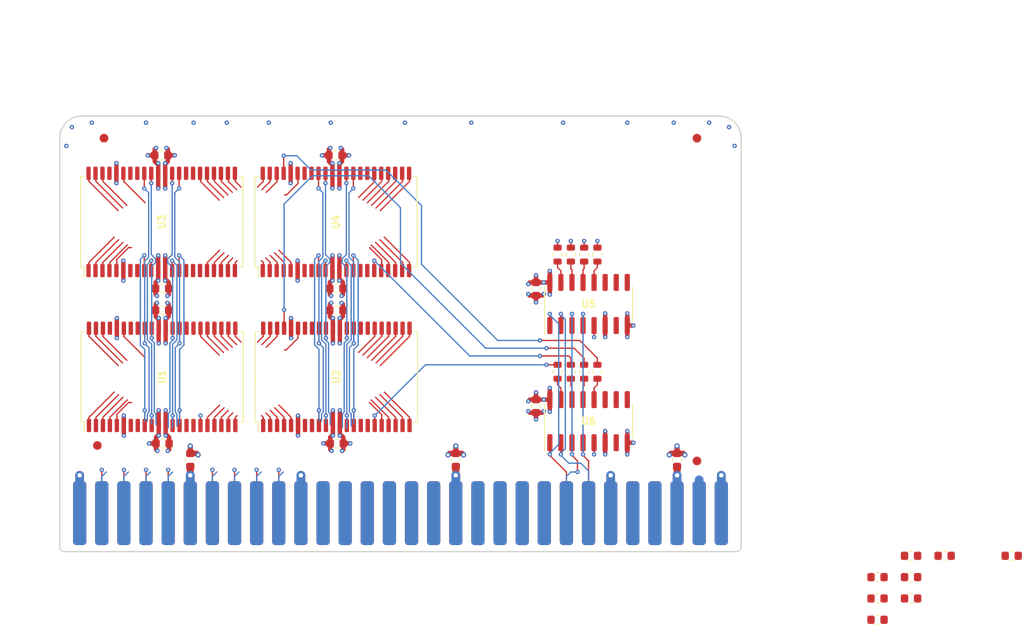
<source format=kicad_pcb>
(kicad_pcb (version 20171130) (host pcbnew "(5.1.10-1-10_14)")
  (layers (0 F.Cu signal) (1 In1.Cu signal) (2 In2.Cu signal) (31 B.Cu signal) (34 B.Paste user) (35 F.Paste user) (36 B.SilkS user) (37 F.SilkS user) (38 B.Mask user) (39 F.Mask user) (44 Edge.Cuts user))
  (net 0 "")
  (net 1 +5V)
  (net 2 GND)
  (net 3 /BusClk)
  (net 4 /D0)
  (net 5 /D2)
  (net 6 /D4)
  (net 7 /D6)
  (net 8 /D8)
  (net 9 /D10)
  (net 10 /D12)
  (net 11 /D14)
  (net 12 /DTACK)
  (net 13 /~AS~)
  (net 14 /R~W~)
  (net 15 /A2)
  (net 16 /A4)
  (net 17 /A6)
  (net 18 /A8)
  (net 19 /A10)
  (net 20 /A12)
  (net 21 /A14)
  (net 22 /D1)
  (net 23 /D3)
  (net 24 /D5)
  (net 25 /D7)
  (net 26 /D9)
  (net 27 /D11)
  (net 28 /D13)
  (net 29 /D15)
  (net 30 /~LDS~)
  (net 31 /~UDS~)
  (net 32 /A1)
  (net 33 /A3)
  (net 34 /A5)
  (net 35 /A7)
  (net 36 /A16)
  (net 37 /A18)
  (net 38 /A20)
  (net 39 /A22)
  (net 40 /A9)
  (net 41 /A11)
  (net 42 /A13)
  (net 43 /A15)
  (net 44 /A17)
  (net 45 /A19)
  (net 46 /A21)
  (net 47 /A23)
  (net 48 "Net-(U1-Pad7)")
  (net 49 "Net-(U1-Pad8)")
  (net 50 "Net-(U1-Pad15)")
  (net 51 "Net-(U1-Pad16)")
  (net 52 /L~WE~0)
  (net 53 "Net-(U1-Pad29)")
  (net 54 "Net-(U1-Pad30)")
  (net 55 "Net-(U1-Pad37)")
  (net 56 "Net-(U1-Pad38)")
  (net 57 /L~OE~0)
  (net 58 /U~OE~0)
  (net 59 "Net-(U2-Pad38)")
  (net 60 "Net-(U2-Pad37)")
  (net 61 "Net-(U2-Pad30)")
  (net 62 "Net-(U2-Pad29)")
  (net 63 /U~WE~0)
  (net 64 "Net-(U2-Pad16)")
  (net 65 "Net-(U2-Pad15)")
  (net 66 "Net-(U2-Pad8)")
  (net 67 "Net-(U2-Pad7)")
  (net 68 "Net-(U3-Pad7)")
  (net 69 "Net-(U3-Pad8)")
  (net 70 "Net-(U3-Pad15)")
  (net 71 "Net-(U3-Pad16)")
  (net 72 /L~WE~1)
  (net 73 "Net-(U3-Pad29)")
  (net 74 "Net-(U3-Pad30)")
  (net 75 "Net-(U3-Pad37)")
  (net 76 "Net-(U3-Pad38)")
  (net 77 /L~OE~1)
  (net 78 /U~OE~1)
  (net 79 "Net-(U4-Pad38)")
  (net 80 "Net-(U4-Pad37)")
  (net 81 "Net-(U4-Pad30)")
  (net 82 "Net-(U4-Pad29)")
  (net 83 /U~WE~1)
  (net 84 "Net-(U4-Pad16)")
  (net 85 "Net-(U4-Pad15)")
  (net 86 "Net-(U4-Pad8)")
  (net 87 "Net-(U4-Pad7)")
  (net 88 "Net-(U5-Pad7)")
  (net 89 "Net-(U5-Pad9)")
  (net 90 "Net-(U5-Pad10)")
  (net 91 "Net-(U5-Pad11)")
  (net 92 "Net-(U6-Pad11)")
  (net 93 "Net-(U6-Pad10)")
  (net 94 "Net-(U6-Pad9)")
  (net 95 "Net-(U6-Pad7)")
  (net 96 "Net-(R1-Pad2)")
  (net 97 "Net-(R2-Pad2)")
  (net 98 "Net-(R3-Pad2)")
  (net 99 "Net-(R4-Pad2)")
  (net 100 "Net-(R5-Pad2)")
  (net 101 "Net-(R6-Pad2)")
  (net 102 "Net-(R7-Pad2)")
  (net 103 "Net-(R8-Pad2)")
  (module stdpads:Fiducial (layer F.Cu) (at 109.474 93.98)
    (fp_text reference FID2)
    (fp_text value Fiducial hide)
    (pad ~ smd circle (at 0 0) (size 1 1) (layers F.Cu F.Mask) (clearance 0.575))
  )
  (module stdpads:Fiducial (layer F.Cu) (at 177.546 93.98)
    (fp_text reference FID3)
    (fp_text value Fiducial hide)
    (pad ~ smd circle (at 0 0) (size 1 1) (layers F.Cu F.Mask) (clearance 0.575))
  )
  (module stdpads:PasteHole_1.152mm_NPTH (layer F.Cu) (at 180.086 93.98)
    (fp_text reference H3)
    (fp_text value " " hide)
    (pad "" np_thru_hole circle (at 0 0) (size 1.152 1.152) (drill 1.152) (layers *.Cu *.Mask))
  )
  (module stdpads:PasteHole_1.152mm_NPTH (layer F.Cu) (at 106.934 93.98)
    (fp_text reference H2)
    (fp_text value " " hide)
    (pad "" np_thru_hole circle (at 0 0) (size 1.152 1.152) (drill 1.152) (layers *.Cu *.Mask))
  )
  (module stdpads:R_0603 (layer F.Cu) (at 163.068 120.815 270)
    (fp_text reference R4)
    (fp_text value 47)
    (pad 1 smd roundrect (at -0.8 0 270) (size 0.7 0.95) (layers F.Cu F.Paste F.Mask) (net 83 /U~WE~1))
    (pad 2 smd roundrect (at 0.8 0 270) (size 0.7 0.95) (layers F.Cu F.Paste F.Mask) (net 99 "Net-(R4-Pad2)"))
  )
  (module stdpads:R_0603 (layer F.Cu) (at 161.544 120.815 270)
    (fp_text reference R2)
    (fp_text value 47)
    (pad 2 smd roundrect (at 0.8 0 270) (size 0.7 0.95) (layers F.Cu F.Paste F.Mask) (net 97 "Net-(R2-Pad2)"))
    (pad 1 smd roundrect (at -0.8 0 270) (size 0.7 0.95) (layers F.Cu F.Paste F.Mask) (net 63 /U~WE~0))
  )
  (module stdpads:R_0603 (layer F.Cu) (at 166.116 120.815 270)
    (fp_text reference R8)
    (fp_text value 47)
    (pad 1 smd roundrect (at -0.8 0 270) (size 0.7 0.95) (layers F.Cu F.Paste F.Mask) (net 78 /U~OE~1))
    (pad 2 smd roundrect (at 0.8 0 270) (size 0.7 0.95) (layers F.Cu F.Paste F.Mask) (net 103 "Net-(R8-Pad2)"))
  )
  (module stdpads:R_0603 (layer F.Cu) (at 164.592 120.815 270)
    (fp_text reference R6)
    (fp_text value 47)
    (pad 2 smd roundrect (at 0.8 0 270) (size 0.7 0.95) (layers F.Cu F.Paste F.Mask) (net 101 "Net-(R6-Pad2)"))
    (pad 1 smd roundrect (at -0.8 0 270) (size 0.7 0.95) (layers F.Cu F.Paste F.Mask) (net 58 /U~OE~0))
  )
  (module stdpads:SOIC-16_3.9mm (layer F.Cu) (at 165.1 126.492)
    (fp_text reference U6)
    (fp_text value 74LVC138D)
    (fp_text user %R (at 0 0 180) (layer F.SilkS) (effects (font (size 0.8128 0.8128) (thickness 0.2032))))
    (pad 16 smd roundrect (at -4.445 -2.475 90) (size 1.95 0.6) (layers F.Cu F.Paste F.Mask) (net 1 +5V))
    (pad 15 smd roundrect (at -3.175 -2.475 90) (size 1.95 0.6) (layers F.Cu F.Paste F.Mask) (net 97 "Net-(R2-Pad2)"))
    (pad 14 smd roundrect (at -1.905 -2.475 90) (size 1.95 0.6) (layers F.Cu F.Paste F.Mask) (net 99 "Net-(R4-Pad2)"))
    (pad 13 smd roundrect (at -0.635 -2.475 90) (size 1.95 0.6) (layers F.Cu F.Paste F.Mask) (net 101 "Net-(R6-Pad2)"))
    (pad 12 smd roundrect (at 0.635 -2.475 90) (size 1.95 0.6) (layers F.Cu F.Paste F.Mask) (net 103 "Net-(R8-Pad2)"))
    (pad 11 smd roundrect (at 1.905 -2.475 90) (size 1.95 0.6) (layers F.Cu F.Paste F.Mask) (net 92 "Net-(U6-Pad11)"))
    (pad 10 smd roundrect (at 3.175 -2.475 90) (size 1.95 0.6) (layers F.Cu F.Paste F.Mask) (net 93 "Net-(U6-Pad10)"))
    (pad 9 smd roundrect (at 4.445 -2.475 90) (size 1.95 0.6) (layers F.Cu F.Paste F.Mask) (net 94 "Net-(U6-Pad9)"))
    (pad 8 smd roundrect (at 4.445 2.475 90) (size 1.95 0.6) (layers F.Cu F.Paste F.Mask) (net 2 GND))
    (pad 7 smd roundrect (at 3.175 2.475 90) (size 1.95 0.6) (layers F.Cu F.Paste F.Mask) (net 95 "Net-(U6-Pad7)"))
    (pad 6 smd roundrect (at 1.905 2.475 90) (size 1.95 0.6) (layers F.Cu F.Paste F.Mask) (net 1 +5V))
    (pad 5 smd roundrect (at 0.635 2.475 90) (size 1.95 0.6) (layers F.Cu F.Paste F.Mask) (net 31 /~UDS~))
    (pad 4 smd roundrect (at -0.635 2.475 90) (size 1.95 0.6) (layers F.Cu F.Paste F.Mask) (net 47 /A23))
    (pad 3 smd roundrect (at -1.905 2.475 90) (size 1.95 0.6) (layers F.Cu F.Paste F.Mask) (net 39 /A22))
    (pad 2 smd roundrect (at -3.175 2.475 90) (size 1.95 0.6) (layers F.Cu F.Paste F.Mask) (net 14 /R~W~))
    (pad 1 smd roundrect (at -4.445 2.475 90) (size 1.95 0.6) (layers F.Cu F.Paste F.Mask) (net 46 /A21))
  )
  (module stdpads:C_0603 (layer F.Cu) (at 159.0675 111.3035 270)
    (fp_text reference C12)
    (fp_text value 2u2)
    (pad 2 smd roundrect (at 0.75 0 270) (size 0.85 0.95) (layers F.Cu F.Paste F.Mask) (net 2 GND))
    (pad 1 smd roundrect (at -0.75 0 270) (size 0.85 0.95) (layers F.Cu F.Paste F.Mask) (net 1 +5V))
  )
  (module stdpads:C_0603 (layer F.Cu) (at 175.26 130.949 90)
    (fp_text reference C9)
    (fp_text value 2u2)
    (pad 1 smd roundrect (at -0.75 0 90) (size 0.85 0.95) (layers F.Cu F.Paste F.Mask) (net 1 +5V))
    (pad 2 smd roundrect (at 0.75 0 90) (size 0.85 0.95) (layers F.Cu F.Paste F.Mask) (net 2 GND))
  )
  (module stdpads:C_0603 (layer F.Cu) (at 149.86 130.949 90)
    (fp_text reference C9)
    (fp_text value 2u2)
    (pad 2 smd roundrect (at 0.75 0 90) (size 0.85 0.95) (layers F.Cu F.Paste F.Mask) (net 2 GND))
    (pad 1 smd roundrect (at -0.75 0 90) (size 0.85 0.95) (layers F.Cu F.Paste F.Mask) (net 1 +5V))
  )
  (module stdpads:TSOP-II-44_400mil_P0.8mm (layer F.Cu) (at 116.1 103.6 90)
    (fp_text reference U3)
    (fp_text value SRAM-1Mx8-TSOP2-44)
    (fp_text user %R (at 0 0 90) (layer F.SilkS) (effects (font (size 0.8128 0.8128) (thickness 0.2032))))
    (pad 44 smd roundrect (at 5.5875 -8.4 90) (size 1.525 0.5) (layers F.Cu F.Paste F.Mask) (net 17 /A6))
    (pad 43 smd roundrect (at 5.5875 -7.6 90) (size 1.525 0.5) (layers F.Cu F.Paste F.Mask) (net 35 /A7))
    (pad 42 smd roundrect (at 5.5875 -6.8 90) (size 1.525 0.5) (layers F.Cu F.Paste F.Mask) (net 18 /A8))
    (pad 41 smd roundrect (at 5.5875 -6 90) (size 1.525 0.5) (layers F.Cu F.Paste F.Mask) (net 77 /L~OE~1))
    (pad 40 smd roundrect (at 5.5875 -5.2 90) (size 1.525 0.5) (layers F.Cu F.Paste F.Mask) (net 1 +5V))
    (pad 39 smd roundrect (at 5.5875 -4.4 90) (size 1.525 0.5) (layers F.Cu F.Paste F.Mask) (net 40 /A9))
    (pad 38 smd roundrect (at 5.5875 -3.6 90) (size 1.525 0.5) (layers F.Cu F.Paste F.Mask) (net 76 "Net-(U3-Pad38)"))
    (pad 37 smd roundrect (at 5.5875 -2.8 90) (size 1.525 0.5) (layers F.Cu F.Paste F.Mask) (net 75 "Net-(U3-Pad37)"))
    (pad 36 smd roundrect (at 5.5875 -2 90) (size 1.525 0.5) (layers F.Cu F.Paste F.Mask) (net 25 /D7))
    (pad 35 smd roundrect (at 5.5875 -1.2 90) (size 1.525 0.5) (layers F.Cu F.Paste F.Mask) (net 7 /D6))
    (pad 34 smd roundrect (at 5.5875 -0.4 90) (size 1.525 0.5) (layers F.Cu F.Paste F.Mask) (net 2 GND))
    (pad 33 smd roundrect (at 5.5875 0.4 90) (size 1.525 0.5) (layers F.Cu F.Paste F.Mask) (net 1 +5V))
    (pad 32 smd roundrect (at 5.5875 1.2 90) (size 1.525 0.5) (layers F.Cu F.Paste F.Mask) (net 24 /D5))
    (pad 31 smd roundrect (at 5.5875 2 90) (size 1.525 0.5) (layers F.Cu F.Paste F.Mask) (net 6 /D4))
    (pad 30 smd roundrect (at 5.5875 2.8 90) (size 1.525 0.5) (layers F.Cu F.Paste F.Mask) (net 74 "Net-(U3-Pad30)"))
    (pad 29 smd roundrect (at 5.5875 3.6 90) (size 1.525 0.5) (layers F.Cu F.Paste F.Mask) (net 73 "Net-(U3-Pad29)"))
    (pad 28 smd roundrect (at 5.5875 4.4 90) (size 1.525 0.5) (layers F.Cu F.Paste F.Mask) (net 19 /A10))
    (pad 27 smd roundrect (at 5.5875 5.2 90) (size 1.525 0.5) (layers F.Cu F.Paste F.Mask) (net 41 /A11))
    (pad 26 smd roundrect (at 5.5875 6 90) (size 1.525 0.5) (layers F.Cu F.Paste F.Mask) (net 20 /A12))
    (pad 25 smd roundrect (at 5.5875 6.8 90) (size 1.525 0.5) (layers F.Cu F.Paste F.Mask) (net 42 /A13))
    (pad 24 smd roundrect (at 5.5875 7.6 90) (size 1.525 0.5) (layers F.Cu F.Paste F.Mask) (net 21 /A14))
    (pad 23 smd roundrect (at 5.5875 8.4 90) (size 1.525 0.5) (layers F.Cu F.Paste F.Mask) (net 43 /A15))
    (pad 22 smd roundrect (at -5.5875 8.4 90) (size 1.525 0.5) (layers F.Cu F.Paste F.Mask) (net 36 /A16))
    (pad 21 smd roundrect (at -5.5875 7.6 90) (size 1.525 0.5) (layers F.Cu F.Paste F.Mask) (net 44 /A17))
    (pad 20 smd roundrect (at -5.5875 6.8 90) (size 1.525 0.5) (layers F.Cu F.Paste F.Mask) (net 37 /A18))
    (pad 19 smd roundrect (at -5.5875 6 90) (size 1.525 0.5) (layers F.Cu F.Paste F.Mask) (net 45 /A19))
    (pad 18 smd roundrect (at -5.5875 5.2 90) (size 1.525 0.5) (layers F.Cu F.Paste F.Mask) (net 38 /A20))
    (pad 17 smd roundrect (at -5.5875 4.4 90) (size 1.525 0.5) (layers F.Cu F.Paste F.Mask) (net 72 /L~WE~1))
    (pad 16 smd roundrect (at -5.5875 3.6 90) (size 1.525 0.5) (layers F.Cu F.Paste F.Mask) (net 71 "Net-(U3-Pad16)"))
    (pad 15 smd roundrect (at -5.5875 2.8 90) (size 1.525 0.5) (layers F.Cu F.Paste F.Mask) (net 70 "Net-(U3-Pad15)"))
    (pad 14 smd roundrect (at -5.5875 2 90) (size 1.525 0.5) (layers F.Cu F.Paste F.Mask) (net 23 /D3))
    (pad 13 smd roundrect (at -5.5875 1.2 90) (size 1.525 0.5) (layers F.Cu F.Paste F.Mask) (net 5 /D2))
    (pad 12 smd roundrect (at -5.5875 0.4 90) (size 1.525 0.5) (layers F.Cu F.Paste F.Mask) (net 2 GND))
    (pad 11 smd roundrect (at -5.5875 -0.4 90) (size 1.525 0.5) (layers F.Cu F.Paste F.Mask) (net 1 +5V))
    (pad 10 smd roundrect (at -5.5875 -1.2 90) (size 1.525 0.5) (layers F.Cu F.Paste F.Mask) (net 22 /D1))
    (pad 9 smd roundrect (at -5.5875 -2 90) (size 1.525 0.5) (layers F.Cu F.Paste F.Mask) (net 4 /D0))
    (pad 8 smd roundrect (at -5.5875 -2.8 90) (size 1.525 0.5) (layers F.Cu F.Paste F.Mask) (net 69 "Net-(U3-Pad8)"))
    (pad 7 smd roundrect (at -5.5875 -3.6 90) (size 1.525 0.5) (layers F.Cu F.Paste F.Mask) (net 68 "Net-(U3-Pad7)"))
    (pad 6 smd roundrect (at -5.5875 -4.4 90) (size 1.525 0.5) (layers F.Cu F.Paste F.Mask) (net 2 GND))
    (pad 5 smd roundrect (at -5.5875 -5.2 90) (size 1.525 0.5) (layers F.Cu F.Paste F.Mask) (net 32 /A1))
    (pad 4 smd roundrect (at -5.5875 -6 90) (size 1.525 0.5) (layers F.Cu F.Paste F.Mask) (net 15 /A2))
    (pad 3 smd roundrect (at -5.5875 -6.8 90) (size 1.525 0.5) (layers F.Cu F.Paste F.Mask) (net 33 /A3))
    (pad 2 smd roundrect (at -5.5875 -7.6 90) (size 1.525 0.5) (layers F.Cu F.Paste F.Mask) (net 16 /A4))
    (pad 1 smd roundrect (at -5.5875 -8.4 90) (size 1.525 0.5) (layers F.Cu F.Paste F.Mask) (net 34 /A5))
  )
  (module stdpads:TSOP-II-44_400mil_P0.8mm (layer F.Cu) (at 136.1 103.6 90)
    (fp_text reference U4)
    (fp_text value SRAM-1Mx8-TSOP2-44)
    (fp_text user %R (at 0 0 90) (layer F.SilkS) (effects (font (size 0.8128 0.8128) (thickness 0.2032))))
    (pad 1 smd roundrect (at -5.5875 -8.4 90) (size 1.525 0.5) (layers F.Cu F.Paste F.Mask) (net 36 /A16))
    (pad 2 smd roundrect (at -5.5875 -7.6 90) (size 1.525 0.5) (layers F.Cu F.Paste F.Mask) (net 44 /A17))
    (pad 3 smd roundrect (at -5.5875 -6.8 90) (size 1.525 0.5) (layers F.Cu F.Paste F.Mask) (net 37 /A18))
    (pad 4 smd roundrect (at -5.5875 -6 90) (size 1.525 0.5) (layers F.Cu F.Paste F.Mask) (net 45 /A19))
    (pad 5 smd roundrect (at -5.5875 -5.2 90) (size 1.525 0.5) (layers F.Cu F.Paste F.Mask) (net 38 /A20))
    (pad 6 smd roundrect (at -5.5875 -4.4 90) (size 1.525 0.5) (layers F.Cu F.Paste F.Mask) (net 2 GND))
    (pad 7 smd roundrect (at -5.5875 -3.6 90) (size 1.525 0.5) (layers F.Cu F.Paste F.Mask) (net 87 "Net-(U4-Pad7)"))
    (pad 8 smd roundrect (at -5.5875 -2.8 90) (size 1.525 0.5) (layers F.Cu F.Paste F.Mask) (net 86 "Net-(U4-Pad8)"))
    (pad 9 smd roundrect (at -5.5875 -2 90) (size 1.525 0.5) (layers F.Cu F.Paste F.Mask) (net 8 /D8))
    (pad 10 smd roundrect (at -5.5875 -1.2 90) (size 1.525 0.5) (layers F.Cu F.Paste F.Mask) (net 26 /D9))
    (pad 11 smd roundrect (at -5.5875 -0.4 90) (size 1.525 0.5) (layers F.Cu F.Paste F.Mask) (net 1 +5V))
    (pad 12 smd roundrect (at -5.5875 0.4 90) (size 1.525 0.5) (layers F.Cu F.Paste F.Mask) (net 2 GND))
    (pad 13 smd roundrect (at -5.5875 1.2 90) (size 1.525 0.5) (layers F.Cu F.Paste F.Mask) (net 9 /D10))
    (pad 14 smd roundrect (at -5.5875 2 90) (size 1.525 0.5) (layers F.Cu F.Paste F.Mask) (net 27 /D11))
    (pad 15 smd roundrect (at -5.5875 2.8 90) (size 1.525 0.5) (layers F.Cu F.Paste F.Mask) (net 85 "Net-(U4-Pad15)"))
    (pad 16 smd roundrect (at -5.5875 3.6 90) (size 1.525 0.5) (layers F.Cu F.Paste F.Mask) (net 84 "Net-(U4-Pad16)"))
    (pad 17 smd roundrect (at -5.5875 4.4 90) (size 1.525 0.5) (layers F.Cu F.Paste F.Mask) (net 83 /U~WE~1))
    (pad 18 smd roundrect (at -5.5875 5.2 90) (size 1.525 0.5) (layers F.Cu F.Paste F.Mask) (net 32 /A1))
    (pad 19 smd roundrect (at -5.5875 6 90) (size 1.525 0.5) (layers F.Cu F.Paste F.Mask) (net 15 /A2))
    (pad 20 smd roundrect (at -5.5875 6.8 90) (size 1.525 0.5) (layers F.Cu F.Paste F.Mask) (net 33 /A3))
    (pad 21 smd roundrect (at -5.5875 7.6 90) (size 1.525 0.5) (layers F.Cu F.Paste F.Mask) (net 16 /A4))
    (pad 22 smd roundrect (at -5.5875 8.4 90) (size 1.525 0.5) (layers F.Cu F.Paste F.Mask) (net 34 /A5))
    (pad 23 smd roundrect (at 5.5875 8.4 90) (size 1.525 0.5) (layers F.Cu F.Paste F.Mask) (net 17 /A6))
    (pad 24 smd roundrect (at 5.5875 7.6 90) (size 1.525 0.5) (layers F.Cu F.Paste F.Mask) (net 35 /A7))
    (pad 25 smd roundrect (at 5.5875 6.8 90) (size 1.525 0.5) (layers F.Cu F.Paste F.Mask) (net 18 /A8))
    (pad 26 smd roundrect (at 5.5875 6 90) (size 1.525 0.5) (layers F.Cu F.Paste F.Mask) (net 40 /A9))
    (pad 27 smd roundrect (at 5.5875 5.2 90) (size 1.525 0.5) (layers F.Cu F.Paste F.Mask) (net 19 /A10))
    (pad 28 smd roundrect (at 5.5875 4.4 90) (size 1.525 0.5) (layers F.Cu F.Paste F.Mask) (net 41 /A11))
    (pad 29 smd roundrect (at 5.5875 3.6 90) (size 1.525 0.5) (layers F.Cu F.Paste F.Mask) (net 82 "Net-(U4-Pad29)"))
    (pad 30 smd roundrect (at 5.5875 2.8 90) (size 1.525 0.5) (layers F.Cu F.Paste F.Mask) (net 81 "Net-(U4-Pad30)"))
    (pad 31 smd roundrect (at 5.5875 2 90) (size 1.525 0.5) (layers F.Cu F.Paste F.Mask) (net 10 /D12))
    (pad 32 smd roundrect (at 5.5875 1.2 90) (size 1.525 0.5) (layers F.Cu F.Paste F.Mask) (net 28 /D13))
    (pad 33 smd roundrect (at 5.5875 0.4 90) (size 1.525 0.5) (layers F.Cu F.Paste F.Mask) (net 1 +5V))
    (pad 34 smd roundrect (at 5.5875 -0.4 90) (size 1.525 0.5) (layers F.Cu F.Paste F.Mask) (net 2 GND))
    (pad 35 smd roundrect (at 5.5875 -1.2 90) (size 1.525 0.5) (layers F.Cu F.Paste F.Mask) (net 11 /D14))
    (pad 36 smd roundrect (at 5.5875 -2 90) (size 1.525 0.5) (layers F.Cu F.Paste F.Mask) (net 29 /D15))
    (pad 37 smd roundrect (at 5.5875 -2.8 90) (size 1.525 0.5) (layers F.Cu F.Paste F.Mask) (net 80 "Net-(U4-Pad37)"))
    (pad 38 smd roundrect (at 5.5875 -3.6 90) (size 1.525 0.5) (layers F.Cu F.Paste F.Mask) (net 79 "Net-(U4-Pad38)"))
    (pad 39 smd roundrect (at 5.5875 -4.4 90) (size 1.525 0.5) (layers F.Cu F.Paste F.Mask) (net 20 /A12))
    (pad 40 smd roundrect (at 5.5875 -5.2 90) (size 1.525 0.5) (layers F.Cu F.Paste F.Mask) (net 1 +5V))
    (pad 41 smd roundrect (at 5.5875 -6 90) (size 1.525 0.5) (layers F.Cu F.Paste F.Mask) (net 78 /U~OE~1))
    (pad 42 smd roundrect (at 5.5875 -6.8 90) (size 1.525 0.5) (layers F.Cu F.Paste F.Mask) (net 42 /A13))
    (pad 43 smd roundrect (at 5.5875 -7.6 90) (size 1.525 0.5) (layers F.Cu F.Paste F.Mask) (net 21 /A14))
    (pad 44 smd roundrect (at 5.5875 -8.4 90) (size 1.525 0.5) (layers F.Cu F.Paste F.Mask) (net 43 /A15))
  )
  (module stdpads:C_0603 (layer F.Cu) (at 136.2 129.05)
    (fp_text reference C5)
    (fp_text value 2u2)
    (pad 2 smd roundrect (at 0.75 0) (size 0.85 0.95) (layers F.Cu F.Paste F.Mask) (net 2 GND))
    (pad 1 smd roundrect (at -0.75 0) (size 0.85 0.95) (layers F.Cu F.Paste F.Mask) (net 1 +5V))
  )
  (module stdpads:C_0603 (layer F.Cu) (at 136.15 111.25)
    (fp_text reference C7)
    (fp_text value 2u2)
    (pad 1 smd roundrect (at -0.75 0) (size 0.85 0.95) (layers F.Cu F.Paste F.Mask) (net 1 +5V))
    (pad 2 smd roundrect (at 0.75 0) (size 0.85 0.95) (layers F.Cu F.Paste F.Mask) (net 2 GND))
  )
  (module stdpads:C_0603 (layer F.Cu) (at 136.15 113.75 180)
    (fp_text reference C6)
    (fp_text value 2u2)
    (pad 2 smd roundrect (at 0.75 0 180) (size 0.85 0.95) (layers F.Cu F.Paste F.Mask) (net 2 GND))
    (pad 1 smd roundrect (at -0.75 0 180) (size 0.85 0.95) (layers F.Cu F.Paste F.Mask) (net 1 +5V))
  )
  (module stdpads:C_0603 (layer F.Cu) (at 136.05 95.95 180)
    (fp_text reference C8)
    (fp_text value 2u2)
    (pad 2 smd roundrect (at 0.75 0 180) (size 0.85 0.95) (layers F.Cu F.Paste F.Mask) (net 2 GND))
    (pad 1 smd roundrect (at -0.75 0 180) (size 0.85 0.95) (layers F.Cu F.Paste F.Mask) (net 1 +5V))
  )
  (module stdpads:TSOP-II-44_400mil_P0.8mm (layer F.Cu) (at 136.15 121.4 90)
    (fp_text reference U2)
    (fp_text value SRAM-1Mx8-TSOP2-44)
    (fp_text user %R (at 0 0 90) (layer F.SilkS) (effects (font (size 0.8128 0.8128) (thickness 0.2032))))
    (pad 44 smd roundrect (at 5.5875 -8.4 90) (size 1.525 0.5) (layers F.Cu F.Paste F.Mask) (net 43 /A15))
    (pad 43 smd roundrect (at 5.5875 -7.6 90) (size 1.525 0.5) (layers F.Cu F.Paste F.Mask) (net 21 /A14))
    (pad 42 smd roundrect (at 5.5875 -6.8 90) (size 1.525 0.5) (layers F.Cu F.Paste F.Mask) (net 42 /A13))
    (pad 41 smd roundrect (at 5.5875 -6 90) (size 1.525 0.5) (layers F.Cu F.Paste F.Mask) (net 58 /U~OE~0))
    (pad 40 smd roundrect (at 5.5875 -5.2 90) (size 1.525 0.5) (layers F.Cu F.Paste F.Mask) (net 1 +5V))
    (pad 39 smd roundrect (at 5.5875 -4.4 90) (size 1.525 0.5) (layers F.Cu F.Paste F.Mask) (net 20 /A12))
    (pad 38 smd roundrect (at 5.5875 -3.6 90) (size 1.525 0.5) (layers F.Cu F.Paste F.Mask) (net 59 "Net-(U2-Pad38)"))
    (pad 37 smd roundrect (at 5.5875 -2.8 90) (size 1.525 0.5) (layers F.Cu F.Paste F.Mask) (net 60 "Net-(U2-Pad37)"))
    (pad 36 smd roundrect (at 5.5875 -2 90) (size 1.525 0.5) (layers F.Cu F.Paste F.Mask) (net 29 /D15))
    (pad 35 smd roundrect (at 5.5875 -1.2 90) (size 1.525 0.5) (layers F.Cu F.Paste F.Mask) (net 11 /D14))
    (pad 34 smd roundrect (at 5.5875 -0.4 90) (size 1.525 0.5) (layers F.Cu F.Paste F.Mask) (net 2 GND))
    (pad 33 smd roundrect (at 5.5875 0.4 90) (size 1.525 0.5) (layers F.Cu F.Paste F.Mask) (net 1 +5V))
    (pad 32 smd roundrect (at 5.5875 1.2 90) (size 1.525 0.5) (layers F.Cu F.Paste F.Mask) (net 28 /D13))
    (pad 31 smd roundrect (at 5.5875 2 90) (size 1.525 0.5) (layers F.Cu F.Paste F.Mask) (net 10 /D12))
    (pad 30 smd roundrect (at 5.5875 2.8 90) (size 1.525 0.5) (layers F.Cu F.Paste F.Mask) (net 61 "Net-(U2-Pad30)"))
    (pad 29 smd roundrect (at 5.5875 3.6 90) (size 1.525 0.5) (layers F.Cu F.Paste F.Mask) (net 62 "Net-(U2-Pad29)"))
    (pad 28 smd roundrect (at 5.5875 4.4 90) (size 1.525 0.5) (layers F.Cu F.Paste F.Mask) (net 41 /A11))
    (pad 27 smd roundrect (at 5.5875 5.2 90) (size 1.525 0.5) (layers F.Cu F.Paste F.Mask) (net 19 /A10))
    (pad 26 smd roundrect (at 5.5875 6 90) (size 1.525 0.5) (layers F.Cu F.Paste F.Mask) (net 40 /A9))
    (pad 25 smd roundrect (at 5.5875 6.8 90) (size 1.525 0.5) (layers F.Cu F.Paste F.Mask) (net 18 /A8))
    (pad 24 smd roundrect (at 5.5875 7.6 90) (size 1.525 0.5) (layers F.Cu F.Paste F.Mask) (net 35 /A7))
    (pad 23 smd roundrect (at 5.5875 8.4 90) (size 1.525 0.5) (layers F.Cu F.Paste F.Mask) (net 17 /A6))
    (pad 22 smd roundrect (at -5.5875 8.4 90) (size 1.525 0.5) (layers F.Cu F.Paste F.Mask) (net 34 /A5))
    (pad 21 smd roundrect (at -5.5875 7.6 90) (size 1.525 0.5) (layers F.Cu F.Paste F.Mask) (net 16 /A4))
    (pad 20 smd roundrect (at -5.5875 6.8 90) (size 1.525 0.5) (layers F.Cu F.Paste F.Mask) (net 33 /A3))
    (pad 19 smd roundrect (at -5.5875 6 90) (size 1.525 0.5) (layers F.Cu F.Paste F.Mask) (net 15 /A2))
    (pad 18 smd roundrect (at -5.5875 5.2 90) (size 1.525 0.5) (layers F.Cu F.Paste F.Mask) (net 32 /A1))
    (pad 17 smd roundrect (at -5.5875 4.4 90) (size 1.525 0.5) (layers F.Cu F.Paste F.Mask) (net 63 /U~WE~0))
    (pad 16 smd roundrect (at -5.5875 3.6 90) (size 1.525 0.5) (layers F.Cu F.Paste F.Mask) (net 64 "Net-(U2-Pad16)"))
    (pad 15 smd roundrect (at -5.5875 2.8 90) (size 1.525 0.5) (layers F.Cu F.Paste F.Mask) (net 65 "Net-(U2-Pad15)"))
    (pad 14 smd roundrect (at -5.5875 2 90) (size 1.525 0.5) (layers F.Cu F.Paste F.Mask) (net 27 /D11))
    (pad 13 smd roundrect (at -5.5875 1.2 90) (size 1.525 0.5) (layers F.Cu F.Paste F.Mask) (net 9 /D10))
    (pad 12 smd roundrect (at -5.5875 0.4 90) (size 1.525 0.5) (layers F.Cu F.Paste F.Mask) (net 2 GND))
    (pad 11 smd roundrect (at -5.5875 -0.4 90) (size 1.525 0.5) (layers F.Cu F.Paste F.Mask) (net 1 +5V))
    (pad 10 smd roundrect (at -5.5875 -1.2 90) (size 1.525 0.5) (layers F.Cu F.Paste F.Mask) (net 26 /D9))
    (pad 9 smd roundrect (at -5.5875 -2 90) (size 1.525 0.5) (layers F.Cu F.Paste F.Mask) (net 8 /D8))
    (pad 8 smd roundrect (at -5.5875 -2.8 90) (size 1.525 0.5) (layers F.Cu F.Paste F.Mask) (net 66 "Net-(U2-Pad8)"))
    (pad 7 smd roundrect (at -5.5875 -3.6 90) (size 1.525 0.5) (layers F.Cu F.Paste F.Mask) (net 67 "Net-(U2-Pad7)"))
    (pad 6 smd roundrect (at -5.5875 -4.4 90) (size 1.525 0.5) (layers F.Cu F.Paste F.Mask) (net 2 GND))
    (pad 5 smd roundrect (at -5.5875 -5.2 90) (size 1.525 0.5) (layers F.Cu F.Paste F.Mask) (net 38 /A20))
    (pad 4 smd roundrect (at -5.5875 -6 90) (size 1.525 0.5) (layers F.Cu F.Paste F.Mask) (net 45 /A19))
    (pad 3 smd roundrect (at -5.5875 -6.8 90) (size 1.525 0.5) (layers F.Cu F.Paste F.Mask) (net 37 /A18))
    (pad 2 smd roundrect (at -5.5875 -7.6 90) (size 1.525 0.5) (layers F.Cu F.Paste F.Mask) (net 44 /A17))
    (pad 1 smd roundrect (at -5.5875 -8.4 90) (size 1.525 0.5) (layers F.Cu F.Paste F.Mask) (net 36 /A16))
  )
  (module stdpads:C_0603 (layer F.Cu) (at 116.2 129.05)
    (fp_text reference C1)
    (fp_text value 2u2)
    (pad 1 smd roundrect (at -0.75 0) (size 0.85 0.95) (layers F.Cu F.Paste F.Mask) (net 1 +5V))
    (pad 2 smd roundrect (at 0.75 0) (size 0.85 0.95) (layers F.Cu F.Paste F.Mask) (net 2 GND))
  )
  (module stdpads:C_0603 (layer F.Cu) (at 116.05 95.95 180)
    (fp_text reference C4)
    (fp_text value 2u2)
    (pad 1 smd roundrect (at -0.75 0 180) (size 0.85 0.95) (layers F.Cu F.Paste F.Mask) (net 1 +5V))
    (pad 2 smd roundrect (at 0.75 0 180) (size 0.85 0.95) (layers F.Cu F.Paste F.Mask) (net 2 GND))
  )
  (module stdpads:C_0603 (layer F.Cu) (at 116.15 111.25)
    (fp_text reference C3)
    (fp_text value 2u2)
    (pad 2 smd roundrect (at 0.75 0) (size 0.85 0.95) (layers F.Cu F.Paste F.Mask) (net 2 GND))
    (pad 1 smd roundrect (at -0.75 0) (size 0.85 0.95) (layers F.Cu F.Paste F.Mask) (net 1 +5V))
  )
  (module stdpads:AppleIIeAux_Edge (layer F.Cu) (at 143.51 137.16)
    (fp_text reference J1)
    (fp_text value RAM)
    (pad 1 smd roundrect (at -36.83 -0.1 180) (size 1.524 7.34) (layers F.Cu F.Mask) (net 2 GND))
    (pad 2 smd roundrect (at -34.29 -0.1 180) (size 1.524 7.34) (layers F.Cu F.Mask) (net 4 /D0))
    (pad 3 smd roundrect (at -31.75 -0.1 180) (size 1.524 7.34) (layers F.Cu F.Mask) (net 5 /D2))
    (pad 4 smd roundrect (at -29.21 -0.1 180) (size 1.524 7.34) (layers F.Cu F.Mask) (net 6 /D4))
    (pad 5 smd roundrect (at -26.67 -0.1 180) (size 1.524 7.34) (layers F.Cu F.Mask) (net 7 /D6))
    (pad 6 smd roundrect (at -24.13 -0.1 180) (size 1.524 7.34) (layers F.Cu F.Mask) (net 1 +5V))
    (pad 7 smd roundrect (at -21.59 -0.1 180) (size 1.524 7.34) (layers F.Cu F.Mask) (net 8 /D8))
    (pad 8 smd roundrect (at -19.05 -0.1 180) (size 1.524 7.34) (layers F.Cu F.Mask) (net 9 /D10))
    (pad 9 smd roundrect (at -16.51 -0.1 180) (size 1.524 7.34) (layers F.Cu F.Mask) (net 10 /D12))
    (pad 10 smd roundrect (at -13.97 -0.1 180) (size 1.524 7.34) (layers F.Cu F.Mask) (net 11 /D14))
    (pad 11 smd roundrect (at -11.43 -0.1 180) (size 1.524 7.34) (layers F.Cu F.Mask) (net 2 GND))
    (pad 12 smd roundrect (at -8.89 -0.1 180) (size 1.524 7.34) (layers F.Cu F.Mask) (net 32 /A1))
    (pad 13 smd roundrect (at -6.35 -0.1 180) (size 1.524 7.34) (layers F.Cu F.Mask) (net 33 /A3))
    (pad 14 smd roundrect (at -3.81 -0.1 180) (size 1.524 7.34) (layers F.Cu F.Mask) (net 34 /A5))
    (pad 15 smd roundrect (at -1.27 -0.1 180) (size 1.524 7.34) (layers F.Cu F.Mask) (net 35 /A7))
    (pad 16 smd roundrect (at 1.27 -0.1 180) (size 1.524 7.34) (layers F.Cu F.Mask) (net 40 /A9))
    (pad 17 smd roundrect (at 3.81 -0.1 180) (size 1.524 7.34) (layers F.Cu F.Mask) (net 41 /A11))
    (pad 18 smd roundrect (at 6.35 -0.1 180) (size 1.524 7.34) (layers F.Cu F.Mask) (net 1 +5V))
    (pad 19 smd roundrect (at 8.89 -0.1 180) (size 1.524 7.34) (layers F.Cu F.Mask) (net 42 /A13))
    (pad 20 smd roundrect (at 11.43 -0.1 180) (size 1.524 7.34) (layers F.Cu F.Mask) (net 43 /A15))
    (pad 21 smd roundrect (at 13.97 -0.1 180) (size 1.524 7.34) (layers F.Cu F.Mask) (net 44 /A17))
    (pad 22 smd roundrect (at 16.51 -0.1 180) (size 1.524 7.34) (layers F.Cu F.Mask) (net 45 /A19))
    (pad 23 smd roundrect (at 19.05 -0.1 180) (size 1.524 7.34) (layers F.Cu F.Mask) (net 46 /A21))
    (pad 24 smd roundrect (at 21.59 -0.1 180) (size 1.524 7.34) (layers F.Cu F.Mask) (net 47 /A23))
    (pad 25 smd roundrect (at 24.13 -0.1 180) (size 1.524 7.34) (layers F.Cu F.Mask) (net 2 GND))
    (pad 31 smd roundrect (at 36.83 -0.1 180) (size 1.524 7.34) (layers B.Cu B.Mask) (net 2 GND))
    (pad 32 smd roundrect (at 34.29 -0.1 180) (size 1.524 7.34) (layers B.Cu B.Mask) (net 2 GND))
    (pad 33 smd roundrect (at 31.75 -0.1 180) (size 1.524 7.34) (layers B.Cu B.Mask) (net 1 +5V))
    (pad 34 smd roundrect (at 29.21 -0.1 180) (size 1.524 7.34) (layers B.Cu B.Mask) (net 31 /~UDS~))
    (pad 35 smd roundrect (at 26.67 -0.1 180) (size 1.524 7.34) (layers B.Cu B.Mask) (net 30 /~LDS~))
    (pad 36 smd roundrect (at 24.13 -0.1 180) (size 1.524 7.34) (layers B.Cu B.Mask) (net 2 GND))
    (pad 37 smd roundrect (at 21.59 -0.1 180) (size 1.524 7.34) (layers B.Cu B.Mask) (net 14 /R~W~))
    (pad 38 smd roundrect (at 19.05 -0.1 180) (size 1.524 7.34) (layers B.Cu B.Mask) (net 39 /A22))
    (pad 39 smd roundrect (at 16.51 -0.1 180) (size 1.524 7.34) (layers B.Cu B.Mask) (net 38 /A20))
    (pad 40 smd roundrect (at 13.97 -0.1 180) (size 1.524 7.34) (layers B.Cu B.Mask) (net 37 /A18))
    (pad 41 smd roundrect (at 11.43 -0.1 180) (size 1.524 7.34) (layers B.Cu B.Mask) (net 36 /A16))
    (pad 42 smd roundrect (at 8.89 -0.1 180) (size 1.524 7.34) (layers B.Cu B.Mask) (net 21 /A14))
    (pad 43 smd roundrect (at 6.35 -0.1 180) (size 1.524 7.34) (layers B.Cu B.Mask) (net 1 +5V))
    (pad 44 smd roundrect (at 3.81 -0.1 180) (size 1.524 7.34) (layers B.Cu B.Mask) (net 20 /A12))
    (pad 45 smd roundrect (at 1.27 -0.1 180) (size 1.524 7.34) (layers B.Cu B.Mask) (net 19 /A10))
    (pad 46 smd roundrect (at -1.27 -0.1 180) (size 1.524 7.34) (layers B.Cu B.Mask) (net 18 /A8))
    (pad 47 smd roundrect (at -3.81 -0.1 180) (size 1.524 7.34) (layers B.Cu B.Mask) (net 17 /A6))
    (pad 48 smd roundrect (at -6.35 -0.1 180) (size 1.524 7.34) (layers B.Cu B.Mask) (net 16 /A4))
    (pad 49 smd roundrect (at -8.89 -0.1 180) (size 1.524 7.34) (layers B.Cu B.Mask) (net 15 /A2))
    (pad 50 smd roundrect (at -11.43 -0.1 180) (size 1.524 7.34) (layers B.Cu B.Mask) (net 2 GND))
    (pad 26 smd roundrect (at 26.67 -0.1 180) (size 1.524 7.34) (layers F.Cu F.Mask) (net 12 /DTACK))
    (pad 27 smd roundrect (at 29.21 -0.1 180) (size 1.524 7.34) (layers F.Cu F.Mask) (net 13 /~AS~))
    (pad 28 smd roundrect (at 31.75 -0.1 180) (size 1.524 7.34) (layers F.Cu F.Mask) (net 1 +5V))
    (pad 29 smd roundrect (at 34.29 -0.1 180) (size 1.524 7.34) (layers F.Cu F.Mask) (net 3 /BusClk))
    (pad 30 smd roundrect (at 36.83 -0.1 180) (size 1.524 7.34) (layers F.Cu F.Mask) (net 2 GND))
    (pad 51 smd roundrect (at -13.97 -0.1 180) (size 1.524 7.34) (layers B.Cu B.Mask) (net 29 /D15))
    (pad 52 smd roundrect (at -16.51 -0.1 180) (size 1.524 7.34) (layers B.Cu B.Mask) (net 28 /D13))
    (pad 53 smd roundrect (at -19.05 -0.1 180) (size 1.524 7.34) (layers B.Cu B.Mask) (net 27 /D11))
    (pad 54 smd roundrect (at -21.59 -0.1 180) (size 1.524 7.34) (layers B.Cu B.Mask) (net 26 /D9))
    (pad 55 smd roundrect (at -24.13 -0.1 180) (size 1.524 7.34) (layers B.Cu B.Mask) (net 1 +5V))
    (pad 56 smd roundrect (at -26.67 -0.1 180) (size 1.524 7.34) (layers B.Cu B.Mask) (net 25 /D7))
    (pad 57 smd roundrect (at -29.21 -0.1 180) (size 1.524 7.34) (layers B.Cu B.Mask) (net 24 /D5))
    (pad 58 smd roundrect (at -31.75 -0.1 180) (size 1.524 7.34) (layers B.Cu B.Mask) (net 23 /D3))
    (pad 59 smd roundrect (at -34.29 -0.1 180) (size 1.524 7.34) (layers B.Cu B.Mask) (net 22 /D1))
    (pad 60 smd roundrect (at -36.83 -0.1 180) (size 1.524 7.34) (layers B.Cu B.Mask) (net 2 GND))
  )
  (module stdpads:C_0603 (layer F.Cu) (at 116.15 113.75 180)
    (fp_text reference C2)
    (fp_text value 2u2)
    (pad 1 smd roundrect (at -0.75 0 180) (size 0.85 0.95) (layers F.Cu F.Paste F.Mask) (net 1 +5V))
    (pad 2 smd roundrect (at 0.75 0 180) (size 0.85 0.95) (layers F.Cu F.Paste F.Mask) (net 2 GND))
  )
  (module stdpads:C_0603 (layer F.Cu) (at 119.38 130.949 90)
    (fp_text reference C9)
    (fp_text value 2u2)
    (pad 1 smd roundrect (at -0.75 0 90) (size 0.85 0.95) (layers F.Cu F.Paste F.Mask) (net 1 +5V))
    (pad 2 smd roundrect (at 0.75 0 90) (size 0.85 0.95) (layers F.Cu F.Paste F.Mask) (net 2 GND))
  )
  (module stdpads:C_0603 (layer F.Cu) (at 159.0675 124.7655 270)
    (fp_text reference C12)
    (fp_text value 2u2)
    (pad 1 smd roundrect (at -0.75 0 270) (size 0.85 0.95) (layers F.Cu F.Paste F.Mask) (net 1 +5V))
    (pad 2 smd roundrect (at 0.75 0 270) (size 0.85 0.95) (layers F.Cu F.Paste F.Mask) (net 2 GND))
  )
  (module stdpads:C_0603 (layer F.Cu) (at 202.125001 141.959001)
    (fp_text reference C13)
    (fp_text value 2u2)
    (pad 2 smd roundrect (at 0.75 0) (size 0.85 0.95) (layers F.Cu F.Paste F.Mask) (net 2 GND))
    (pad 1 smd roundrect (at -0.75 0) (size 0.85 0.95) (layers F.Cu F.Paste F.Mask) (net 1 +5V))
  )
  (module stdpads:C_0603 (layer F.Cu) (at 198.275001 144.409001)
    (fp_text reference C14)
    (fp_text value 2u2)
    (pad 1 smd roundrect (at -0.75 0) (size 0.85 0.95) (layers F.Cu F.Paste F.Mask) (net 1 +5V))
    (pad 2 smd roundrect (at 0.75 0) (size 0.85 0.95) (layers F.Cu F.Paste F.Mask) (net 2 GND))
  )
  (module stdpads:C_0603 (layer F.Cu) (at 205.975001 141.959001)
    (fp_text reference C15)
    (fp_text value 2u2)
    (pad 2 smd roundrect (at 0.75 0) (size 0.85 0.95) (layers F.Cu F.Paste F.Mask) (net 2 GND))
    (pad 1 smd roundrect (at -0.75 0) (size 0.85 0.95) (layers F.Cu F.Paste F.Mask) (net 1 +5V))
  )
  (module stdpads:C_0603 (layer F.Cu) (at 202.125001 144.409001)
    (fp_text reference C17)
    (fp_text value 2u2)
    (pad 2 smd roundrect (at 0.75 0) (size 0.85 0.95) (layers F.Cu F.Paste F.Mask) (net 2 GND))
    (pad 1 smd roundrect (at -0.75 0) (size 0.85 0.95) (layers F.Cu F.Paste F.Mask) (net 1 +5V))
  )
  (module stdpads:C_0603 (layer F.Cu) (at 198.275001 146.859001)
    (fp_text reference C18)
    (fp_text value 2u2)
    (pad 1 smd roundrect (at -0.75 0) (size 0.85 0.95) (layers F.Cu F.Paste F.Mask) (net 1 +5V))
    (pad 2 smd roundrect (at 0.75 0) (size 0.85 0.95) (layers F.Cu F.Paste F.Mask) (net 2 GND))
  )
  (module stdpads:C_0603 (layer F.Cu) (at 198.275001 149.309001)
    (fp_text reference C20)
    (fp_text value 2u2)
    (pad 1 smd roundrect (at -0.75 0) (size 0.85 0.95) (layers F.Cu F.Paste F.Mask) (net 1 +5V))
    (pad 2 smd roundrect (at 0.75 0) (size 0.85 0.95) (layers F.Cu F.Paste F.Mask) (net 2 GND))
  )
  (module stdpads:C_0603 (layer F.Cu) (at 213.675001 141.959001)
    (fp_text reference C21)
    (fp_text value 2u2)
    (pad 2 smd roundrect (at 0.75 0) (size 0.85 0.95) (layers F.Cu F.Paste F.Mask) (net 2 GND))
    (pad 1 smd roundrect (at -0.75 0) (size 0.85 0.95) (layers F.Cu F.Paste F.Mask) (net 1 +5V))
  )
  (module stdpads:C_0603 (layer F.Cu) (at 202.125001 146.859001)
    (fp_text reference C22)
    (fp_text value 2u2)
    (pad 2 smd roundrect (at 0.75 0) (size 0.85 0.95) (layers F.Cu F.Paste F.Mask) (net 2 GND))
    (pad 1 smd roundrect (at -0.75 0) (size 0.85 0.95) (layers F.Cu F.Paste F.Mask) (net 1 +5V))
  )
  (module stdpads:Fiducial (layer F.Cu) (at 108.712 129.286)
    (fp_text reference FID1)
    (fp_text value Fiducial hide)
    (pad ~ smd circle (at 0 0) (size 1 1) (layers F.Cu F.Mask) (clearance 0.575))
  )
  (module stdpads:Fiducial (layer F.Cu) (at 177.546 131.064)
    (fp_text reference FID4)
    (fp_text value Fiducial hide)
    (pad ~ smd circle (at 0 0) (size 1 1) (layers F.Cu F.Mask) (clearance 0.575))
  )
  (module stdpads:PasteHole_1.152mm_NPTH (layer F.Cu) (at 106.934 131.064)
    (fp_text reference H1)
    (fp_text value " " hide)
    (pad "" np_thru_hole circle (at 0 0) (size 1.152 1.152) (drill 1.152) (layers *.Cu *.Mask))
  )
  (module stdpads:PasteHole_1.152mm_NPTH (layer F.Cu) (at 180.086 131.064)
    (fp_text reference H4)
    (fp_text value " " hide)
    (pad "" np_thru_hole circle (at 0 0) (size 1.152 1.152) (drill 1.152) (layers *.Cu *.Mask))
  )
  (module stdpads:TSOP-II-44_400mil_P0.8mm (layer F.Cu) (at 116.15 121.4 90)
    (fp_text reference U1)
    (fp_text value SRAM-1Mx8-TSOP2-44)
    (fp_text user %R (at 0 0 90) (layer F.SilkS) (effects (font (size 0.8128 0.8128) (thickness 0.2032))))
    (pad 1 smd roundrect (at -5.5875 -8.4 90) (size 1.525 0.5) (layers F.Cu F.Paste F.Mask) (net 34 /A5))
    (pad 2 smd roundrect (at -5.5875 -7.6 90) (size 1.525 0.5) (layers F.Cu F.Paste F.Mask) (net 16 /A4))
    (pad 3 smd roundrect (at -5.5875 -6.8 90) (size 1.525 0.5) (layers F.Cu F.Paste F.Mask) (net 33 /A3))
    (pad 4 smd roundrect (at -5.5875 -6 90) (size 1.525 0.5) (layers F.Cu F.Paste F.Mask) (net 15 /A2))
    (pad 5 smd roundrect (at -5.5875 -5.2 90) (size 1.525 0.5) (layers F.Cu F.Paste F.Mask) (net 32 /A1))
    (pad 6 smd roundrect (at -5.5875 -4.4 90) (size 1.525 0.5) (layers F.Cu F.Paste F.Mask) (net 2 GND))
    (pad 7 smd roundrect (at -5.5875 -3.6 90) (size 1.525 0.5) (layers F.Cu F.Paste F.Mask) (net 48 "Net-(U1-Pad7)"))
    (pad 8 smd roundrect (at -5.5875 -2.8 90) (size 1.525 0.5) (layers F.Cu F.Paste F.Mask) (net 49 "Net-(U1-Pad8)"))
    (pad 9 smd roundrect (at -5.5875 -2 90) (size 1.525 0.5) (layers F.Cu F.Paste F.Mask) (net 4 /D0))
    (pad 10 smd roundrect (at -5.5875 -1.2 90) (size 1.525 0.5) (layers F.Cu F.Paste F.Mask) (net 22 /D1))
    (pad 11 smd roundrect (at -5.5875 -0.4 90) (size 1.525 0.5) (layers F.Cu F.Paste F.Mask) (net 1 +5V))
    (pad 12 smd roundrect (at -5.5875 0.4 90) (size 1.525 0.5) (layers F.Cu F.Paste F.Mask) (net 2 GND))
    (pad 13 smd roundrect (at -5.5875 1.2 90) (size 1.525 0.5) (layers F.Cu F.Paste F.Mask) (net 5 /D2))
    (pad 14 smd roundrect (at -5.5875 2 90) (size 1.525 0.5) (layers F.Cu F.Paste F.Mask) (net 23 /D3))
    (pad 15 smd roundrect (at -5.5875 2.8 90) (size 1.525 0.5) (layers F.Cu F.Paste F.Mask) (net 50 "Net-(U1-Pad15)"))
    (pad 16 smd roundrect (at -5.5875 3.6 90) (size 1.525 0.5) (layers F.Cu F.Paste F.Mask) (net 51 "Net-(U1-Pad16)"))
    (pad 17 smd roundrect (at -5.5875 4.4 90) (size 1.525 0.5) (layers F.Cu F.Paste F.Mask) (net 52 /L~WE~0))
    (pad 18 smd roundrect (at -5.5875 5.2 90) (size 1.525 0.5) (layers F.Cu F.Paste F.Mask) (net 38 /A20))
    (pad 19 smd roundrect (at -5.5875 6 90) (size 1.525 0.5) (layers F.Cu F.Paste F.Mask) (net 45 /A19))
    (pad 20 smd roundrect (at -5.5875 6.8 90) (size 1.525 0.5) (layers F.Cu F.Paste F.Mask) (net 37 /A18))
    (pad 21 smd roundrect (at -5.5875 7.6 90) (size 1.525 0.5) (layers F.Cu F.Paste F.Mask) (net 44 /A17))
    (pad 22 smd roundrect (at -5.5875 8.4 90) (size 1.525 0.5) (layers F.Cu F.Paste F.Mask) (net 36 /A16))
    (pad 23 smd roundrect (at 5.5875 8.4 90) (size 1.525 0.5) (layers F.Cu F.Paste F.Mask) (net 43 /A15))
    (pad 24 smd roundrect (at 5.5875 7.6 90) (size 1.525 0.5) (layers F.Cu F.Paste F.Mask) (net 21 /A14))
    (pad 25 smd roundrect (at 5.5875 6.8 90) (size 1.525 0.5) (layers F.Cu F.Paste F.Mask) (net 42 /A13))
    (pad 26 smd roundrect (at 5.5875 6 90) (size 1.525 0.5) (layers F.Cu F.Paste F.Mask) (net 20 /A12))
    (pad 27 smd roundrect (at 5.5875 5.2 90) (size 1.525 0.5) (layers F.Cu F.Paste F.Mask) (net 41 /A11))
    (pad 28 smd roundrect (at 5.5875 4.4 90) (size 1.525 0.5) (layers F.Cu F.Paste F.Mask) (net 19 /A10))
    (pad 29 smd roundrect (at 5.5875 3.6 90) (size 1.525 0.5) (layers F.Cu F.Paste F.Mask) (net 53 "Net-(U1-Pad29)"))
    (pad 30 smd roundrect (at 5.5875 2.8 90) (size 1.525 0.5) (layers F.Cu F.Paste F.Mask) (net 54 "Net-(U1-Pad30)"))
    (pad 31 smd roundrect (at 5.5875 2 90) (size 1.525 0.5) (layers F.Cu F.Paste F.Mask) (net 6 /D4))
    (pad 32 smd roundrect (at 5.5875 1.2 90) (size 1.525 0.5) (layers F.Cu F.Paste F.Mask) (net 24 /D5))
    (pad 33 smd roundrect (at 5.5875 0.4 90) (size 1.525 0.5) (layers F.Cu F.Paste F.Mask) (net 1 +5V))
    (pad 34 smd roundrect (at 5.5875 -0.4 90) (size 1.525 0.5) (layers F.Cu F.Paste F.Mask) (net 2 GND))
    (pad 35 smd roundrect (at 5.5875 -1.2 90) (size 1.525 0.5) (layers F.Cu F.Paste F.Mask) (net 7 /D6))
    (pad 36 smd roundrect (at 5.5875 -2 90) (size 1.525 0.5) (layers F.Cu F.Paste F.Mask) (net 25 /D7))
    (pad 37 smd roundrect (at 5.5875 -2.8 90) (size 1.525 0.5) (layers F.Cu F.Paste F.Mask) (net 55 "Net-(U1-Pad37)"))
    (pad 38 smd roundrect (at 5.5875 -3.6 90) (size 1.525 0.5) (layers F.Cu F.Paste F.Mask) (net 56 "Net-(U1-Pad38)"))
    (pad 39 smd roundrect (at 5.5875 -4.4 90) (size 1.525 0.5) (layers F.Cu F.Paste F.Mask) (net 40 /A9))
    (pad 40 smd roundrect (at 5.5875 -5.2 90) (size 1.525 0.5) (layers F.Cu F.Paste F.Mask) (net 1 +5V))
    (pad 41 smd roundrect (at 5.5875 -6 90) (size 1.525 0.5) (layers F.Cu F.Paste F.Mask) (net 57 /L~OE~0))
    (pad 42 smd roundrect (at 5.5875 -6.8 90) (size 1.525 0.5) (layers F.Cu F.Paste F.Mask) (net 18 /A8))
    (pad 43 smd roundrect (at 5.5875 -7.6 90) (size 1.525 0.5) (layers F.Cu F.Paste F.Mask) (net 35 /A7))
    (pad 44 smd roundrect (at 5.5875 -8.4 90) (size 1.525 0.5) (layers F.Cu F.Paste F.Mask) (net 17 /A6))
  )
  (module stdpads:SOIC-16_3.9mm (layer F.Cu) (at 165.1 113.03)
    (fp_text reference U5)
    (fp_text value 74LVC138D)
    (fp_text user %R (at 0 0 180) (layer F.SilkS) (effects (font (size 0.8128 0.8128) (thickness 0.2032))))
    (pad 1 smd roundrect (at -4.445 2.475 90) (size 1.95 0.6) (layers F.Cu F.Paste F.Mask) (net 46 /A21))
    (pad 2 smd roundrect (at -3.175 2.475 90) (size 1.95 0.6) (layers F.Cu F.Paste F.Mask) (net 14 /R~W~))
    (pad 3 smd roundrect (at -1.905 2.475 90) (size 1.95 0.6) (layers F.Cu F.Paste F.Mask) (net 39 /A22))
    (pad 4 smd roundrect (at -0.635 2.475 90) (size 1.95 0.6) (layers F.Cu F.Paste F.Mask) (net 47 /A23))
    (pad 5 smd roundrect (at 0.635 2.475 90) (size 1.95 0.6) (layers F.Cu F.Paste F.Mask) (net 30 /~LDS~))
    (pad 6 smd roundrect (at 1.905 2.475 90) (size 1.95 0.6) (layers F.Cu F.Paste F.Mask) (net 1 +5V))
    (pad 7 smd roundrect (at 3.175 2.475 90) (size 1.95 0.6) (layers F.Cu F.Paste F.Mask) (net 88 "Net-(U5-Pad7)"))
    (pad 8 smd roundrect (at 4.445 2.475 90) (size 1.95 0.6) (layers F.Cu F.Paste F.Mask) (net 2 GND))
    (pad 9 smd roundrect (at 4.445 -2.475 90) (size 1.95 0.6) (layers F.Cu F.Paste F.Mask) (net 89 "Net-(U5-Pad9)"))
    (pad 10 smd roundrect (at 3.175 -2.475 90) (size 1.95 0.6) (layers F.Cu F.Paste F.Mask) (net 90 "Net-(U5-Pad10)"))
    (pad 11 smd roundrect (at 1.905 -2.475 90) (size 1.95 0.6) (layers F.Cu F.Paste F.Mask) (net 91 "Net-(U5-Pad11)"))
    (pad 12 smd roundrect (at 0.635 -2.475 90) (size 1.95 0.6) (layers F.Cu F.Paste F.Mask) (net 102 "Net-(R7-Pad2)"))
    (pad 13 smd roundrect (at -0.635 -2.475 90) (size 1.95 0.6) (layers F.Cu F.Paste F.Mask) (net 100 "Net-(R5-Pad2)"))
    (pad 14 smd roundrect (at -1.905 -2.475 90) (size 1.95 0.6) (layers F.Cu F.Paste F.Mask) (net 98 "Net-(R3-Pad2)"))
    (pad 15 smd roundrect (at -3.175 -2.475 90) (size 1.95 0.6) (layers F.Cu F.Paste F.Mask) (net 96 "Net-(R1-Pad2)"))
    (pad 16 smd roundrect (at -4.445 -2.475 90) (size 1.95 0.6) (layers F.Cu F.Paste F.Mask) (net 1 +5V))
  )
  (module stdpads:R_0603 (layer F.Cu) (at 161.544 107.353 270)
    (fp_text reference R1)
    (fp_text value 47)
    (pad 1 smd roundrect (at -0.8 0 270) (size 0.7 0.95) (layers F.Cu F.Paste F.Mask) (net 52 /L~WE~0))
    (pad 2 smd roundrect (at 0.8 0 270) (size 0.7 0.95) (layers F.Cu F.Paste F.Mask) (net 96 "Net-(R1-Pad2)"))
  )
  (module stdpads:R_0603 (layer F.Cu) (at 163.068 107.353 270)
    (fp_text reference R3)
    (fp_text value 47)
    (pad 2 smd roundrect (at 0.8 0 270) (size 0.7 0.95) (layers F.Cu F.Paste F.Mask) (net 98 "Net-(R3-Pad2)"))
    (pad 1 smd roundrect (at -0.8 0 270) (size 0.7 0.95) (layers F.Cu F.Paste F.Mask) (net 72 /L~WE~1))
  )
  (module stdpads:R_0603 (layer F.Cu) (at 164.592 107.353 270)
    (fp_text reference R5)
    (fp_text value 47)
    (pad 1 smd roundrect (at -0.8 0 270) (size 0.7 0.95) (layers F.Cu F.Paste F.Mask) (net 57 /L~OE~0))
    (pad 2 smd roundrect (at 0.8 0 270) (size 0.7 0.95) (layers F.Cu F.Paste F.Mask) (net 100 "Net-(R5-Pad2)"))
  )
  (module stdpads:R_0603 (layer F.Cu) (at 166.116 107.353 270)
    (fp_text reference R7)
    (fp_text value 47)
    (pad 2 smd roundrect (at 0.8 0 270) (size 0.7 0.95) (layers F.Cu F.Paste F.Mask) (net 102 "Net-(R7-Pad2)"))
    (pad 1 smd roundrect (at -0.8 0 270) (size 0.7 0.95) (layers F.Cu F.Paste F.Mask) (net 77 /L~OE~1))
  )
  (gr_line (start 106.934 91.44) (end 180.086 91.44) (layer Edge.Cuts) (width 0.15))
  (gr_line (start 182.626 140.97) (end 182.626 93.98) (layer Edge.Cuts) (width 0.15))
  (gr_arc (start 106.934 93.98) (end 106.934 91.44) (angle -90) (layer Edge.Cuts) (width 0.15))
  (gr_arc (start 180.086 93.98) (end 182.626 93.98) (angle -90) (layer Edge.Cuts) (width 0.15))
  (gr_line (start 182.118 141.478) (end 104.902 141.478) (layer Edge.Cuts) (width 0.15))
  (gr_arc (start 104.902 140.97) (end 104.394 140.97) (angle -90) (layer Edge.Cuts) (width 0.15))
  (gr_arc (start 182.118 140.97) (end 182.118 141.478) (angle -90) (layer Edge.Cuts) (width 0.15))
  (gr_line (start 104.394 140.97) (end 104.394 93.98) (layer Edge.Cuts) (width 0.15))
  (via (at 116.55 114.65) (size 0.5) (drill 0.2) (layers F.Cu B.Cu) (net 1))
  (segment (start 116.55 115.8125) (end 116.55 114.65) (width 0.5) (layer F.Cu) (net 1))
  (segment (start 116.9 113.75) (end 116.9 114.45) (width 0.5) (layer F.Cu) (net 1))
  (segment (start 116.7 114.65) (end 116.55 114.65) (width 0.5) (layer F.Cu) (net 1))
  (segment (start 116.9 114.45) (end 116.7 114.65) (width 0.5) (layer F.Cu) (net 1))
  (segment (start 116.9 113.05) (end 116.75 112.9) (width 0.5) (layer F.Cu) (net 1))
  (via (at 116.75 112.9) (size 0.5) (drill 0.2) (layers F.Cu B.Cu) (net 1))
  (segment (start 116.9 113.75) (end 116.9 113.05) (width 0.5) (layer F.Cu) (net 1))
  (via (at 115.55 112.1) (size 0.5) (drill 0.2) (layers F.Cu B.Cu) (net 1))
  (segment (start 115.4 111.95) (end 115.55 112.1) (width 0.5) (layer F.Cu) (net 1))
  (segment (start 115.4 111.25) (end 115.4 111.95) (width 0.5) (layer F.Cu) (net 1))
  (via (at 115.7 110.35) (size 0.5) (drill 0.2) (layers F.Cu B.Cu) (net 1))
  (segment (start 115.7 109.1875) (end 115.7 110.35) (width 0.5) (layer F.Cu) (net 1))
  (segment (start 115.4 111.25) (end 115.4 110.55) (width 0.5) (layer F.Cu) (net 1))
  (segment (start 115.6 110.35) (end 115.7 110.35) (width 0.5) (layer F.Cu) (net 1))
  (segment (start 115.4 110.55) (end 115.6 110.35) (width 0.5) (layer F.Cu) (net 1))
  (via (at 115.7 107.45) (size 0.5) (drill 0.2) (layers F.Cu B.Cu) (net 1))
  (segment (start 115.7 109.1875) (end 115.7 107.45) (width 0.5) (layer F.Cu) (net 1))
  (via (at 117.6 95.95) (size 0.5) (drill 0.2) (layers F.Cu B.Cu) (net 1))
  (segment (start 116.8 95.95) (end 117.6 95.95) (width 0.5) (layer F.Cu) (net 1))
  (segment (start 116.8 95.95) (end 116.8 96.65) (width 0.5) (layer F.Cu) (net 1))
  (via (at 116.5 96.85) (size 0.5) (drill 0.2) (layers F.Cu B.Cu) (net 1))
  (segment (start 116.5 98.0125) (end 116.5 96.85) (width 0.5) (layer F.Cu) (net 1))
  (segment (start 116.8 95.25) (end 116.65 95.1) (width 0.5) (layer F.Cu) (net 1))
  (via (at 116.65 95.1) (size 0.5) (drill 0.2) (layers F.Cu B.Cu) (net 1))
  (segment (start 116.8 96.65) (end 116.6 96.85) (width 0.5) (layer F.Cu) (net 1))
  (segment (start 116.6 96.85) (end 116.5 96.85) (width 0.5) (layer F.Cu) (net 1))
  (segment (start 116.8 95.95) (end 116.8 95.25) (width 0.5) (layer F.Cu) (net 1))
  (via (at 116.5 99.75) (size 0.5) (drill 0.2) (layers F.Cu B.Cu) (net 1))
  (segment (start 116.5 98.0125) (end 116.5 99.75) (width 0.5) (layer F.Cu) (net 1))
  (via (at 114.65 129.05) (size 0.5) (drill 0.2) (layers F.Cu B.Cu) (net 1))
  (segment (start 115.45 129.05) (end 114.65 129.05) (width 0.5) (layer F.Cu) (net 1))
  (segment (start 115.45 129.05) (end 115.45 128.35) (width 0.5) (layer F.Cu) (net 1))
  (via (at 115.75 128.15) (size 0.5) (drill 0.2) (layers F.Cu B.Cu) (net 1))
  (segment (start 115.75 126.9875) (end 115.75 128.15) (width 0.5) (layer F.Cu) (net 1))
  (segment (start 115.45 129.75) (end 115.6 129.9) (width 0.5) (layer F.Cu) (net 1))
  (via (at 115.6 129.9) (size 0.5) (drill 0.2) (layers F.Cu B.Cu) (net 1))
  (segment (start 115.45 128.35) (end 115.65 128.15) (width 0.5) (layer F.Cu) (net 1))
  (segment (start 115.65 128.15) (end 115.75 128.15) (width 0.5) (layer F.Cu) (net 1))
  (segment (start 115.45 129.05) (end 115.45 129.75) (width 0.5) (layer F.Cu) (net 1))
  (via (at 115.75 125.25) (size 0.5) (drill 0.2) (layers F.Cu B.Cu) (net 1))
  (segment (start 115.75 126.9875) (end 115.75 125.25) (width 0.5) (layer F.Cu) (net 1))
  (segment (start 116.55 115.8125) (end 116.55 117.55) (width 0.5) (layer F.Cu) (net 1))
  (via (at 116.55 117.55) (size 0.5) (drill 0.2) (layers F.Cu B.Cu) (net 1))
  (segment (start 136.8 96.65) (end 136.6 96.85) (width 0.5) (layer F.Cu) (net 1))
  (segment (start 136.5 98.0125) (end 136.5 99.75) (width 0.5) (layer F.Cu) (net 1))
  (segment (start 136.6 96.85) (end 136.5 96.85) (width 0.5) (layer F.Cu) (net 1))
  (segment (start 136.8 95.95) (end 136.8 95.25) (width 0.5) (layer F.Cu) (net 1))
  (via (at 136.5 99.75) (size 0.5) (drill 0.2) (layers F.Cu B.Cu) (net 1))
  (segment (start 135.45 129.05) (end 135.45 128.35) (width 0.5) (layer F.Cu) (net 1))
  (via (at 135.6 129.9) (size 0.5) (drill 0.2) (layers F.Cu B.Cu) (net 1))
  (via (at 135.75 125.25) (size 0.5) (drill 0.2) (layers F.Cu B.Cu) (net 1))
  (segment (start 135.75 126.9875) (end 135.75 128.15) (width 0.5) (layer F.Cu) (net 1))
  (via (at 135.75 128.15) (size 0.5) (drill 0.2) (layers F.Cu B.Cu) (net 1))
  (segment (start 135.75 126.9875) (end 135.75 125.25) (width 0.5) (layer F.Cu) (net 1))
  (segment (start 135.45 129.05) (end 135.45 129.75) (width 0.5) (layer F.Cu) (net 1))
  (via (at 134.65 129.05) (size 0.5) (drill 0.2) (layers F.Cu B.Cu) (net 1))
  (segment (start 135.65 128.15) (end 135.75 128.15) (width 0.5) (layer F.Cu) (net 1))
  (segment (start 135.45 128.35) (end 135.65 128.15) (width 0.5) (layer F.Cu) (net 1))
  (segment (start 135.45 129.75) (end 135.6 129.9) (width 0.5) (layer F.Cu) (net 1))
  (segment (start 135.4 111.25) (end 135.4 110.55) (width 0.5) (layer F.Cu) (net 1))
  (segment (start 135.45 129.05) (end 134.65 129.05) (width 0.5) (layer F.Cu) (net 1))
  (via (at 136.55 114.65) (size 0.5) (drill 0.2) (layers F.Cu B.Cu) (net 1))
  (segment (start 136.55 115.8125) (end 136.55 114.65) (width 0.5) (layer F.Cu) (net 1))
  (via (at 136.55 117.55) (size 0.5) (drill 0.2) (layers F.Cu B.Cu) (net 1))
  (segment (start 136.8 95.95) (end 137.6 95.95) (width 0.5) (layer F.Cu) (net 1))
  (via (at 137.6 95.95) (size 0.5) (drill 0.2) (layers F.Cu B.Cu) (net 1))
  (segment (start 136.55 115.8125) (end 136.55 117.55) (width 0.5) (layer F.Cu) (net 1))
  (segment (start 136.8 95.95) (end 136.8 96.65) (width 0.5) (layer F.Cu) (net 1))
  (via (at 135.7 110.35) (size 0.5) (drill 0.2) (layers F.Cu B.Cu) (net 1))
  (segment (start 135.7 109.1875) (end 135.7 110.35) (width 0.5) (layer F.Cu) (net 1))
  (segment (start 135.4 111.95) (end 135.55 112.1) (width 0.5) (layer F.Cu) (net 1))
  (via (at 135.55 112.1) (size 0.5) (drill 0.2) (layers F.Cu B.Cu) (net 1))
  (segment (start 135.4 110.55) (end 135.6 110.35) (width 0.5) (layer F.Cu) (net 1))
  (segment (start 135.6 110.35) (end 135.7 110.35) (width 0.5) (layer F.Cu) (net 1))
  (segment (start 135.4 111.25) (end 135.4 111.95) (width 0.5) (layer F.Cu) (net 1))
  (via (at 135.7 107.45) (size 0.5) (drill 0.2) (layers F.Cu B.Cu) (net 1))
  (segment (start 135.7 109.1875) (end 135.7 107.45) (width 0.5) (layer F.Cu) (net 1))
  (via (at 136.5 96.85) (size 0.5) (drill 0.2) (layers F.Cu B.Cu) (net 1))
  (segment (start 136.5 98.0125) (end 136.5 96.85) (width 0.5) (layer F.Cu) (net 1))
  (via (at 136.65 95.1) (size 0.5) (drill 0.2) (layers F.Cu B.Cu) (net 1))
  (segment (start 136.8 95.25) (end 136.65 95.1) (width 0.5) (layer F.Cu) (net 1))
  (via (at 136.75 112.9) (size 0.5) (drill 0.2) (layers F.Cu B.Cu) (net 1))
  (segment (start 136.9 113.05) (end 136.75 112.9) (width 0.5) (layer F.Cu) (net 1))
  (segment (start 136.7 114.65) (end 136.55 114.65) (width 0.5) (layer F.Cu) (net 1))
  (segment (start 136.9 113.75) (end 136.9 113.05) (width 0.5) (layer F.Cu) (net 1))
  (segment (start 136.9 114.45) (end 136.7 114.65) (width 0.5) (layer F.Cu) (net 1))
  (segment (start 136.9 113.75) (end 136.9 114.45) (width 0.5) (layer F.Cu) (net 1))
  (via (at 119.38 132.715) (size 1) (drill 0.5) (layers F.Cu B.Cu) (net 1))
  (segment (start 119.38 137.06) (end 119.38 132.715) (width 1) (layer F.Cu) (net 1))
  (segment (start 119.38 137.06) (end 119.38 132.715) (width 1) (layer B.Cu) (net 1))
  (via (at 149.86 132.715) (size 1) (drill 0.5) (layers F.Cu B.Cu) (net 1))
  (segment (start 149.86 137.06) (end 149.86 132.715) (width 1) (layer B.Cu) (net 1))
  (segment (start 149.86 132.715) (end 149.86 137.06) (width 1) (layer F.Cu) (net 1))
  (via (at 175.26 132.715) (size 1) (drill 0.5) (layers F.Cu B.Cu) (net 1))
  (segment (start 175.26 137.06) (end 175.26 132.715) (width 1) (layer F.Cu) (net 1))
  (segment (start 175.26 137.06) (end 175.26 132.715) (width 1) (layer B.Cu) (net 1))
  (segment (start 175.26 132.715) (end 175.26 131.699) (width 0.8) (layer F.Cu) (net 1))
  (segment (start 149.86 132.715) (end 149.86 131.699) (width 0.8) (layer F.Cu) (net 1))
  (segment (start 119.38 132.715) (end 119.38 131.699) (width 0.8) (layer F.Cu) (net 1))
  (via (at 110.95 114.65) (size 0.5) (drill 0.2) (layers F.Cu B.Cu) (net 1))
  (segment (start 110.95 115.8125) (end 110.95 114.65) (width 0.5) (layer F.Cu) (net 1))
  (via (at 110.95 116.95) (size 0.5) (drill 0.2) (layers F.Cu B.Cu) (net 1))
  (segment (start 110.95 115.8125) (end 110.95 116.95) (width 0.5) (layer F.Cu) (net 1))
  (via (at 110.9 99.15) (size 0.5) (drill 0.2) (layers F.Cu B.Cu) (net 1))
  (segment (start 110.9 98.0125) (end 110.9 99.15) (width 0.5) (layer F.Cu) (net 1))
  (via (at 110.9 96.85) (size 0.5) (drill 0.2) (layers F.Cu B.Cu) (net 1))
  (segment (start 110.9 98.0125) (end 110.9 96.85) (width 0.5) (layer F.Cu) (net 1))
  (via (at 130.9 96.85) (size 0.5) (drill 0.2) (layers F.Cu B.Cu) (net 1))
  (segment (start 130.9 98.0125) (end 130.9 96.85) (width 0.5) (layer F.Cu) (net 1))
  (via (at 130.9 99.15) (size 0.5) (drill 0.2) (layers F.Cu B.Cu) (net 1))
  (segment (start 130.9 98.0125) (end 130.9 99.15) (width 0.5) (layer F.Cu) (net 1))
  (via (at 130.95 114.65) (size 0.5) (drill 0.2) (layers F.Cu B.Cu) (net 1))
  (segment (start 130.95 115.8125) (end 130.95 114.65) (width 0.5) (layer F.Cu) (net 1))
  (via (at 130.95 116.95) (size 0.5) (drill 0.2) (layers F.Cu B.Cu) (net 1))
  (segment (start 130.95 115.8125) (end 130.95 116.95) (width 0.5) (layer F.Cu) (net 1))
  (via (at 159.9565 124.0155) (size 0.5) (drill 0.2) (layers F.Cu B.Cu) (net 1))
  (segment (start 159.958 124.017) (end 159.9565 124.0155) (width 0.5) (layer F.Cu) (net 1))
  (segment (start 160.655 124.017) (end 159.958 124.017) (width 0.5) (layer F.Cu) (net 1))
  (via (at 160.655 111.9505) (size 0.5) (drill 0.2) (layers F.Cu B.Cu) (net 1))
  (segment (start 160.655 110.555) (end 160.655 111.9505) (width 0.5) (layer F.Cu) (net 1))
  (segment (start 159.958 110.555) (end 159.9565 110.5535) (width 0.5) (layer F.Cu) (net 1))
  (via (at 159.9565 110.5535) (size 0.5) (drill 0.2) (layers F.Cu B.Cu) (net 1))
  (segment (start 160.655 110.555) (end 159.958 110.555) (width 0.5) (layer F.Cu) (net 1))
  (via (at 167.005 114.1095) (size 0.5) (drill 0.2) (layers F.Cu B.Cu) (net 1))
  (segment (start 167.005 115.505) (end 167.005 114.1095) (width 0.5) (layer F.Cu) (net 1))
  (segment (start 159.0675 110.5535) (end 159.9565 110.5535) (width 0.5) (layer F.Cu) (net 1))
  (segment (start 159.0675 124.0155) (end 159.9565 124.0155) (width 0.5) (layer F.Cu) (net 1))
  (via (at 159.0675 109.728) (size 0.5) (drill 0.2) (layers F.Cu B.Cu) (net 1))
  (segment (start 159.0675 110.5535) (end 159.0675 109.728) (width 0.5) (layer F.Cu) (net 1))
  (via (at 158.1785 110.744) (size 0.5) (drill 0.2) (layers F.Cu B.Cu) (net 1))
  (segment (start 158.369 110.5535) (end 158.1785 110.744) (width 0.5) (layer F.Cu) (net 1))
  (segment (start 159.0675 110.5535) (end 158.369 110.5535) (width 0.5) (layer F.Cu) (net 1))
  (segment (start 159.0675 124.0155) (end 159.0675 123.19) (width 0.5) (layer F.Cu) (net 1))
  (via (at 159.0675 123.19) (size 0.5) (drill 0.2) (layers F.Cu B.Cu) (net 1))
  (segment (start 159.0675 124.0155) (end 158.369 124.0155) (width 0.5) (layer F.Cu) (net 1))
  (segment (start 158.369 124.0155) (end 158.1785 124.206) (width 0.5) (layer F.Cu) (net 1))
  (via (at 158.1785 124.206) (size 0.5) (drill 0.2) (layers F.Cu B.Cu) (net 1))
  (segment (start 160.655 122.682) (end 160.655 124.017) (width 0.5) (layer F.Cu) (net 1))
  (via (at 160.655 122.682) (size 0.5) (drill 0.2) (layers F.Cu B.Cu) (net 1))
  (segment (start 167.005 130.302) (end 167.005 128.967) (width 0.5) (layer F.Cu) (net 1))
  (via (at 167.005 130.302) (size 0.5) (drill 0.2) (layers F.Cu B.Cu) (net 1))
  (segment (start 167.005 127.635) (end 167.005 128.967) (width 0.5) (layer F.Cu) (net 1))
  (via (at 167.005 127.635) (size 0.5) (drill 0.2) (layers F.Cu B.Cu) (net 1))
  (segment (start 160.655 124.017) (end 160.655 125.4125) (width 0.5) (layer F.Cu) (net 1))
  (via (at 160.655 125.4125) (size 0.5) (drill 0.2) (layers F.Cu B.Cu) (net 1))
  (segment (start 167.005 116.84) (end 167.005 115.505) (width 0.5) (layer F.Cu) (net 1))
  (via (at 167.005 116.84) (size 0.5) (drill 0.2) (layers F.Cu B.Cu) (net 1))
  (segment (start 160.655 109.22) (end 160.655 110.555) (width 0.5) (layer F.Cu) (net 1))
  (via (at 160.655 109.22) (size 0.5) (drill 0.2) (layers F.Cu B.Cu) (net 1))
  (via (at 181.864 94.869) (size 0.5) (drill 0.2) (layers F.Cu B.Cu) (net 2))
  (via (at 105.791 92.71) (size 0.5) (drill 0.2) (layers F.Cu B.Cu) (net 2))
  (via (at 181.229 92.71) (size 0.5) (drill 0.2) (layers F.Cu B.Cu) (net 2))
  (via (at 108.077 92.202) (size 0.5) (drill 0.2) (layers F.Cu B.Cu) (net 2))
  (via (at 178.943 92.202) (size 0.5) (drill 0.2) (layers F.Cu B.Cu) (net 2))
  (via (at 115.75 114.65) (size 0.5) (drill 0.2) (layers F.Cu B.Cu) (net 2))
  (segment (start 115.75 115.8125) (end 115.75 114.65) (width 0.5) (layer F.Cu) (net 2))
  (segment (start 115.4 113.75) (end 115.4 114.45) (width 0.5) (layer F.Cu) (net 2))
  (segment (start 115.6 114.65) (end 115.75 114.65) (width 0.5) (layer F.Cu) (net 2))
  (segment (start 115.4 114.45) (end 115.6 114.65) (width 0.5) (layer F.Cu) (net 2))
  (segment (start 115.4 113.05) (end 115.55 112.9) (width 0.5) (layer F.Cu) (net 2))
  (via (at 115.55 112.9) (size 0.5) (drill 0.2) (layers F.Cu B.Cu) (net 2))
  (segment (start 115.4 113.75) (end 115.4 113.05) (width 0.5) (layer F.Cu) (net 2))
  (via (at 116.75 112.1) (size 0.5) (drill 0.2) (layers F.Cu B.Cu) (net 2))
  (segment (start 116.9 111.95) (end 116.75 112.1) (width 0.5) (layer F.Cu) (net 2))
  (segment (start 116.9 111.25) (end 116.9 111.95) (width 0.5) (layer F.Cu) (net 2))
  (via (at 116.5 110.35) (size 0.5) (drill 0.2) (layers F.Cu B.Cu) (net 2))
  (segment (start 116.5 109.1875) (end 116.5 110.35) (width 0.5) (layer F.Cu) (net 2))
  (segment (start 116.9 111.25) (end 116.9 110.55) (width 0.5) (layer F.Cu) (net 2))
  (segment (start 116.7 110.35) (end 116.5 110.35) (width 0.5) (layer F.Cu) (net 2))
  (segment (start 116.9 110.55) (end 116.7 110.35) (width 0.5) (layer F.Cu) (net 2))
  (via (at 116.5 107.45) (size 0.5) (drill 0.2) (layers F.Cu B.Cu) (net 2))
  (segment (start 116.5 109.1875) (end 116.5 107.45) (width 0.5) (layer F.Cu) (net 2))
  (via (at 115.45 95.1) (size 0.5) (drill 0.2) (layers F.Cu B.Cu) (net 2))
  (segment (start 115.3 95.95) (end 115.3 95.25) (width 0.5) (layer F.Cu) (net 2))
  (segment (start 115.3 95.25) (end 115.45 95.1) (width 0.5) (layer F.Cu) (net 2))
  (segment (start 115.5 96.85) (end 115.7 96.85) (width 0.5) (layer F.Cu) (net 2))
  (segment (start 115.3 95.95) (end 115.3 96.65) (width 0.5) (layer F.Cu) (net 2))
  (segment (start 115.3 95.95) (end 114.5 95.95) (width 0.5) (layer F.Cu) (net 2))
  (via (at 114.5 95.95) (size 0.5) (drill 0.2) (layers F.Cu B.Cu) (net 2))
  (segment (start 115.3 96.65) (end 115.5 96.85) (width 0.5) (layer F.Cu) (net 2))
  (via (at 115.7 96.85) (size 0.5) (drill 0.2) (layers F.Cu B.Cu) (net 2))
  (segment (start 115.7 98.0125) (end 115.7 96.85) (width 0.5) (layer F.Cu) (net 2))
  (via (at 115.7 99.75) (size 0.5) (drill 0.2) (layers F.Cu B.Cu) (net 2))
  (segment (start 115.7 98.0125) (end 115.7 99.75) (width 0.5) (layer F.Cu) (net 2))
  (via (at 116.8 129.9) (size 0.5) (drill 0.2) (layers F.Cu B.Cu) (net 2))
  (segment (start 116.95 129.05) (end 116.95 129.75) (width 0.5) (layer F.Cu) (net 2))
  (segment (start 116.95 129.75) (end 116.8 129.9) (width 0.5) (layer F.Cu) (net 2))
  (segment (start 116.75 128.15) (end 116.55 128.15) (width 0.5) (layer F.Cu) (net 2))
  (segment (start 116.95 129.05) (end 116.95 128.35) (width 0.5) (layer F.Cu) (net 2))
  (segment (start 116.95 128.35) (end 116.75 128.15) (width 0.5) (layer F.Cu) (net 2))
  (via (at 116.55 128.15) (size 0.5) (drill 0.2) (layers F.Cu B.Cu) (net 2))
  (segment (start 116.55 126.9875) (end 116.55 128.15) (width 0.5) (layer F.Cu) (net 2))
  (via (at 116.55 125.25) (size 0.5) (drill 0.2) (layers F.Cu B.Cu) (net 2))
  (segment (start 116.55 126.9875) (end 116.55 125.25) (width 0.5) (layer F.Cu) (net 2))
  (segment (start 115.75 115.8125) (end 115.75 117.55) (width 0.5) (layer F.Cu) (net 2))
  (via (at 115.75 117.55) (size 0.5) (drill 0.2) (layers F.Cu B.Cu) (net 2))
  (segment (start 135.7 98.0125) (end 135.7 99.75) (width 0.5) (layer F.Cu) (net 2))
  (segment (start 135.4 113.75) (end 135.4 114.45) (width 0.5) (layer F.Cu) (net 2))
  (segment (start 136.95 129.05) (end 136.95 129.75) (width 0.5) (layer F.Cu) (net 2))
  (via (at 137.75 129.05) (size 0.5) (drill 0.2) (layers F.Cu B.Cu) (net 2))
  (segment (start 136.55 126.9875) (end 136.55 128.15) (width 0.5) (layer F.Cu) (net 2))
  (segment (start 136.95 129.05) (end 136.95 128.35) (width 0.5) (layer F.Cu) (net 2))
  (segment (start 135.75 115.8125) (end 135.75 114.65) (width 0.5) (layer F.Cu) (net 2))
  (via (at 136.55 128.15) (size 0.5) (drill 0.2) (layers F.Cu B.Cu) (net 2))
  (via (at 136.8 129.9) (size 0.5) (drill 0.2) (layers F.Cu B.Cu) (net 2))
  (segment (start 136.95 129.75) (end 136.8 129.9) (width 0.5) (layer F.Cu) (net 2))
  (segment (start 136.95 128.35) (end 136.75 128.15) (width 0.5) (layer F.Cu) (net 2))
  (segment (start 136.55 126.9875) (end 136.55 125.25) (width 0.5) (layer F.Cu) (net 2))
  (via (at 136.55 125.25) (size 0.5) (drill 0.2) (layers F.Cu B.Cu) (net 2))
  (segment (start 136.75 128.15) (end 136.55 128.15) (width 0.5) (layer F.Cu) (net 2))
  (segment (start 135.4 114.45) (end 135.6 114.65) (width 0.5) (layer F.Cu) (net 2))
  (segment (start 135.6 114.65) (end 135.75 114.65) (width 0.5) (layer F.Cu) (net 2))
  (via (at 135.75 114.65) (size 0.5) (drill 0.2) (layers F.Cu B.Cu) (net 2))
  (segment (start 136.95 129.05) (end 137.75 129.05) (width 0.5) (layer F.Cu) (net 2))
  (via (at 136.75 112.1) (size 0.5) (drill 0.2) (layers F.Cu B.Cu) (net 2))
  (segment (start 136.9 111.25) (end 136.9 111.95) (width 0.5) (layer F.Cu) (net 2))
  (segment (start 136.9 111.95) (end 136.75 112.1) (width 0.5) (layer F.Cu) (net 2))
  (segment (start 136.7 110.35) (end 136.5 110.35) (width 0.5) (layer F.Cu) (net 2))
  (segment (start 136.9 111.25) (end 136.9 110.55) (width 0.5) (layer F.Cu) (net 2))
  (segment (start 136.9 110.55) (end 136.7 110.35) (width 0.5) (layer F.Cu) (net 2))
  (via (at 135.75 117.55) (size 0.5) (drill 0.2) (layers F.Cu B.Cu) (net 2))
  (segment (start 135.75 115.8125) (end 135.75 117.55) (width 0.5) (layer F.Cu) (net 2))
  (via (at 136.5 110.35) (size 0.5) (drill 0.2) (layers F.Cu B.Cu) (net 2))
  (segment (start 136.5 109.1875) (end 136.5 110.35) (width 0.5) (layer F.Cu) (net 2))
  (via (at 136.5 107.45) (size 0.5) (drill 0.2) (layers F.Cu B.Cu) (net 2))
  (segment (start 135.3 95.95) (end 134.5 95.95) (width 0.5) (layer F.Cu) (net 2))
  (via (at 134.5 95.95) (size 0.5) (drill 0.2) (layers F.Cu B.Cu) (net 2))
  (segment (start 135.3 95.95) (end 135.3 95.25) (width 0.5) (layer F.Cu) (net 2))
  (segment (start 135.5 96.85) (end 135.7 96.85) (width 0.5) (layer F.Cu) (net 2))
  (segment (start 135.3 95.95) (end 135.3 96.65) (width 0.5) (layer F.Cu) (net 2))
  (segment (start 135.3 96.65) (end 135.5 96.85) (width 0.5) (layer F.Cu) (net 2))
  (via (at 135.7 99.75) (size 0.5) (drill 0.2) (layers F.Cu B.Cu) (net 2))
  (segment (start 136.5 109.1875) (end 136.5 107.45) (width 0.5) (layer F.Cu) (net 2))
  (via (at 135.45 95.1) (size 0.5) (drill 0.2) (layers F.Cu B.Cu) (net 2))
  (segment (start 135.7 98.0125) (end 135.7 96.85) (width 0.5) (layer F.Cu) (net 2))
  (segment (start 135.3 95.25) (end 135.45 95.1) (width 0.5) (layer F.Cu) (net 2))
  (via (at 135.7 96.85) (size 0.5) (drill 0.2) (layers F.Cu B.Cu) (net 2))
  (via (at 135.55 112.9) (size 0.5) (drill 0.2) (layers F.Cu B.Cu) (net 2))
  (segment (start 135.4 113.05) (end 135.55 112.9) (width 0.5) (layer F.Cu) (net 2))
  (segment (start 135.4 113.75) (end 135.4 113.05) (width 0.5) (layer F.Cu) (net 2))
  (via (at 106.68 132.715) (size 1) (drill 0.5) (layers F.Cu B.Cu) (net 2))
  (segment (start 106.68 137.06) (end 106.68 132.715) (width 1) (layer B.Cu) (net 2))
  (segment (start 106.68 132.715) (end 106.68 137.06) (width 1) (layer F.Cu) (net 2))
  (via (at 132.08 132.715) (size 1) (drill 0.5) (layers F.Cu B.Cu) (net 2))
  (segment (start 132.08 137.06) (end 132.08 132.715) (width 1) (layer F.Cu) (net 2))
  (segment (start 132.08 132.715) (end 132.08 137.06) (width 1) (layer B.Cu) (net 2))
  (via (at 167.64 132.715) (size 1) (drill 0.5) (layers F.Cu B.Cu) (net 2))
  (segment (start 167.64 137.06) (end 167.64 132.715) (width 1) (layer F.Cu) (net 2))
  (segment (start 167.64 132.715) (end 167.64 137.06) (width 1) (layer B.Cu) (net 2))
  (via (at 180.34 132.715) (size 1) (drill 0.5) (layers F.Cu B.Cu) (net 2))
  (segment (start 180.34 137.06) (end 180.34 132.715) (width 1) (layer B.Cu) (net 2))
  (segment (start 180.34 132.715) (end 180.34 137.06) (width 1) (layer F.Cu) (net 2))
  (segment (start 177.8 137.06) (end 177.8 133.223) (width 1) (layer B.Cu) (net 2))
  (via (at 120.269 130.3655) (size 0.6) (drill 0.3) (layers F.Cu B.Cu) (net 2))
  (segment (start 120.1025 130.199) (end 120.269 130.3655) (width 0.6) (layer F.Cu) (net 2))
  (segment (start 119.38 130.199) (end 120.1025 130.199) (width 0.6) (layer F.Cu) (net 2))
  (via (at 119.38 129.3495) (size 0.6) (drill 0.3) (layers F.Cu B.Cu) (net 2))
  (segment (start 119.38 130.199) (end 119.38 129.3495) (width 0.6) (layer F.Cu) (net 2))
  (via (at 149.86 129.3495) (size 0.6) (drill 0.3) (layers F.Cu B.Cu) (net 2))
  (segment (start 149.86 130.199) (end 149.86 129.3495) (width 0.6) (layer F.Cu) (net 2))
  (via (at 148.971 130.3655) (size 0.6) (drill 0.3) (layers F.Cu B.Cu) (net 2))
  (segment (start 149.86 130.199) (end 149.1375 130.199) (width 0.6) (layer F.Cu) (net 2))
  (segment (start 150.5825 130.199) (end 150.749 130.3655) (width 0.6) (layer F.Cu) (net 2))
  (segment (start 149.86 130.199) (end 150.5825 130.199) (width 0.6) (layer F.Cu) (net 2))
  (via (at 150.749 130.3655) (size 0.6) (drill 0.3) (layers F.Cu B.Cu) (net 2))
  (segment (start 149.1375 130.199) (end 148.971 130.3655) (width 0.6) (layer F.Cu) (net 2))
  (segment (start 174.5375 130.199) (end 174.371 130.3655) (width 0.6) (layer F.Cu) (net 2))
  (segment (start 175.26 130.199) (end 175.26 129.3495) (width 0.6) (layer F.Cu) (net 2))
  (via (at 174.371 130.3655) (size 0.6) (drill 0.3) (layers F.Cu B.Cu) (net 2))
  (via (at 175.26 129.3495) (size 0.6) (drill 0.3) (layers F.Cu B.Cu) (net 2))
  (segment (start 175.26 130.199) (end 174.5375 130.199) (width 0.6) (layer F.Cu) (net 2))
  (segment (start 175.9825 130.199) (end 176.149 130.3655) (width 0.6) (layer F.Cu) (net 2))
  (via (at 176.149 130.3655) (size 0.6) (drill 0.3) (layers F.Cu B.Cu) (net 2))
  (segment (start 175.26 130.199) (end 175.9825 130.199) (width 0.6) (layer F.Cu) (net 2))
  (via (at 111.75 125.85) (size 0.5) (drill 0.2) (layers F.Cu B.Cu) (net 2))
  (segment (start 111.75 126.9875) (end 111.75 125.85) (width 0.5) (layer F.Cu) (net 2))
  (via (at 111.75 128.15) (size 0.5) (drill 0.2) (layers F.Cu B.Cu) (net 2))
  (segment (start 111.75 126.9875) (end 111.75 128.15) (width 0.5) (layer F.Cu) (net 2))
  (via (at 111.7 108.05) (size 0.5) (drill 0.2) (layers F.Cu B.Cu) (net 2))
  (segment (start 111.7 109.1875) (end 111.7 108.05) (width 0.5) (layer F.Cu) (net 2))
  (via (at 111.7 110.35) (size 0.5) (drill 0.2) (layers F.Cu B.Cu) (net 2))
  (segment (start 111.7 109.1875) (end 111.7 110.35) (width 0.5) (layer F.Cu) (net 2))
  (via (at 131.7 108.05) (size 0.5) (drill 0.2) (layers F.Cu B.Cu) (net 2))
  (segment (start 131.7 109.1875) (end 131.7 108.05) (width 0.5) (layer F.Cu) (net 2))
  (via (at 131.7 110.35) (size 0.5) (drill 0.2) (layers F.Cu B.Cu) (net 2))
  (segment (start 131.7 109.1875) (end 131.7 110.35) (width 0.5) (layer F.Cu) (net 2))
  (via (at 131.75 125.85) (size 0.5) (drill 0.2) (layers F.Cu B.Cu) (net 2))
  (segment (start 131.75 126.9875) (end 131.75 125.85) (width 0.5) (layer F.Cu) (net 2))
  (via (at 131.75 128.15) (size 0.5) (drill 0.2) (layers F.Cu B.Cu) (net 2))
  (segment (start 131.75 126.9875) (end 131.75 128.15) (width 0.5) (layer F.Cu) (net 2))
  (via (at 170.2435 128.9685) (size 0.5) (drill 0.2) (layers F.Cu B.Cu) (net 2))
  (segment (start 170.242 128.967) (end 170.2435 128.9685) (width 0.5) (layer F.Cu) (net 2))
  (segment (start 169.545 128.967) (end 170.242 128.967) (width 0.5) (layer F.Cu) (net 2))
  (segment (start 169.545 115.505) (end 169.545 114.1095) (width 0.5) (layer F.Cu) (net 2))
  (via (at 169.545 114.1095) (size 0.5) (drill 0.2) (layers F.Cu B.Cu) (net 2))
  (segment (start 170.242 115.505) (end 170.2435 115.5065) (width 0.5) (layer F.Cu) (net 2))
  (segment (start 169.545 115.505) (end 170.242 115.505) (width 0.5) (layer F.Cu) (net 2))
  (via (at 170.2435 115.5065) (size 0.5) (drill 0.2) (layers F.Cu B.Cu) (net 2))
  (via (at 159.0675 112.8395) (size 0.5) (drill 0.2) (layers F.Cu B.Cu) (net 2))
  (segment (start 159.0675 112.0535) (end 159.0675 112.8395) (width 0.5) (layer F.Cu) (net 2))
  (via (at 159.9565 111.887) (size 0.5) (drill 0.2) (layers F.Cu B.Cu) (net 2))
  (segment (start 159.79 112.0535) (end 159.9565 111.887) (width 0.5) (layer F.Cu) (net 2))
  (segment (start 159.0675 112.0535) (end 159.79 112.0535) (width 0.5) (layer F.Cu) (net 2))
  (via (at 158.1785 111.887) (size 0.5) (drill 0.2) (layers F.Cu B.Cu) (net 2))
  (segment (start 158.345 112.0535) (end 158.1785 111.887) (width 0.5) (layer F.Cu) (net 2))
  (segment (start 159.0675 112.0535) (end 158.345 112.0535) (width 0.5) (layer F.Cu) (net 2))
  (segment (start 159.79 125.5155) (end 159.9565 125.349) (width 0.5) (layer F.Cu) (net 2))
  (segment (start 159.0675 125.5155) (end 159.79 125.5155) (width 0.5) (layer F.Cu) (net 2))
  (via (at 159.9565 125.349) (size 0.5) (drill 0.2) (layers F.Cu B.Cu) (net 2))
  (via (at 158.1785 125.349) (size 0.5) (drill 0.2) (layers F.Cu B.Cu) (net 2))
  (segment (start 159.0675 125.5155) (end 158.345 125.5155) (width 0.5) (layer F.Cu) (net 2))
  (segment (start 158.345 125.5155) (end 158.1785 125.349) (width 0.5) (layer F.Cu) (net 2))
  (via (at 159.0675 126.3015) (size 0.5) (drill 0.2) (layers F.Cu B.Cu) (net 2))
  (segment (start 159.0675 125.5155) (end 159.0675 126.3015) (width 0.5) (layer F.Cu) (net 2))
  (segment (start 169.545 130.302) (end 169.545 128.967) (width 0.5) (layer F.Cu) (net 2))
  (via (at 169.545 130.302) (size 0.5) (drill 0.2) (layers F.Cu B.Cu) (net 2))
  (segment (start 169.545 127.635) (end 169.545 128.967) (width 0.5) (layer F.Cu) (net 2))
  (via (at 169.545 127.635) (size 0.5) (drill 0.2) (layers F.Cu B.Cu) (net 2))
  (segment (start 169.545 116.84) (end 169.545 115.505) (width 0.5) (layer F.Cu) (net 2))
  (via (at 169.545 116.84) (size 0.5) (drill 0.2) (layers F.Cu B.Cu) (net 2))
  (via (at 114.3 92.202) (size 0.5) (drill 0.2) (layers F.Cu B.Cu) (net 2))
  (via (at 128.397 92.202) (size 0.5) (drill 0.2) (layers F.Cu B.Cu) (net 2))
  (via (at 123.571 92.202) (size 0.5) (drill 0.2) (layers F.Cu B.Cu) (net 2))
  (via (at 119.761 92.202) (size 0.5) (drill 0.2) (layers F.Cu B.Cu) (net 2))
  (via (at 135.509 92.202) (size 0.5) (drill 0.2) (layers F.Cu B.Cu) (net 2))
  (via (at 144.018 92.202) (size 0.5) (drill 0.2) (layers F.Cu B.Cu) (net 2))
  (via (at 151.638 92.202) (size 0.5) (drill 0.2) (layers F.Cu B.Cu) (net 2))
  (via (at 162.179 92.202) (size 0.5) (drill 0.2) (layers F.Cu B.Cu) (net 2))
  (via (at 169.545 92.202) (size 0.5) (drill 0.2) (layers F.Cu B.Cu) (net 2))
  (via (at 174.879 92.202) (size 0.5) (drill 0.2) (layers F.Cu B.Cu) (net 2))
  (via (at 105.156 94.869) (size 0.5) (drill 0.2) (layers F.Cu B.Cu) (net 2))
  (segment (start 114.1 109.1875) (end 114.1 107.45) (width 0.15) (layer F.Cu) (net 4))
  (via (at 114.1 107.45) (size 0.5) (drill 0.2) (layers F.Cu B.Cu) (net 4))
  (via (at 114.15 125.25) (size 0.5) (drill 0.2) (layers F.Cu B.Cu) (net 4))
  (segment (start 114.15 126.9875) (end 114.15 125.25) (width 0.15) (layer F.Cu) (net 4))
  (segment (start 113.65 117.75) (end 114.15 118.25) (width 0.15) (layer B.Cu) (net 4))
  (segment (start 113.65 107.9) (end 113.65 117.75) (width 0.15) (layer B.Cu) (net 4))
  (segment (start 114.15 118.25) (end 114.15 125.25) (width 0.15) (layer B.Cu) (net 4))
  (segment (start 114.1 107.45) (end 113.65 107.9) (width 0.15) (layer B.Cu) (net 4))
  (segment (start 114.15 125.25) (end 114.15 126.5) (width 0.15) (layer B.Cu) (net 4))
  (via (at 109.22 132.08) (size 0.5) (drill 0.2) (layers F.Cu B.Cu) (net 4))
  (segment (start 109.22 137.06) (end 109.22 132.08) (width 0.15) (layer F.Cu) (net 4))
  (segment (start 111.76 137.06) (end 111.76 132.08) (width 0.15) (layer F.Cu) (net 5))
  (via (at 111.76 132.08) (size 0.5) (drill 0.2) (layers F.Cu B.Cu) (net 5))
  (segment (start 117.3 109.1875) (end 117.3 108.05) (width 0.15) (layer F.Cu) (net 5))
  (via (at 117.3 108.05) (size 0.5) (drill 0.2) (layers F.Cu B.Cu) (net 5))
  (via (at 117.35 125.85) (size 0.5) (drill 0.2) (layers F.Cu B.Cu) (net 5))
  (segment (start 117.35 126.9875) (end 117.35 125.85) (width 0.15) (layer F.Cu) (net 5))
  (segment (start 117.85 108.6) (end 117.3 108.05) (width 0.15) (layer B.Cu) (net 5))
  (segment (start 117.85 117.15) (end 117.85 108.6) (width 0.15) (layer B.Cu) (net 5))
  (segment (start 117.35 117.65) (end 117.85 117.15) (width 0.15) (layer B.Cu) (net 5))
  (segment (start 117.35 125.85) (end 117.35 117.65) (width 0.15) (layer B.Cu) (net 5))
  (segment (start 117.35 125.85) (end 117.35 127.3) (width 0.15) (layer B.Cu) (net 5))
  (segment (start 114.3 137.06) (end 114.3 132.08) (width 0.15) (layer F.Cu) (net 6))
  (via (at 114.3 132.08) (size 0.5) (drill 0.2) (layers F.Cu B.Cu) (net 6))
  (via (at 118.1 99.75) (size 0.5) (drill 0.2) (layers F.Cu B.Cu) (net 6))
  (segment (start 118.1 98.0125) (end 118.1 99.75) (width 0.15) (layer F.Cu) (net 6))
  (segment (start 118.15 115.8125) (end 118.15 117.55) (width 0.15) (layer F.Cu) (net 6))
  (via (at 118.15 117.55) (size 0.5) (drill 0.2) (layers F.Cu B.Cu) (net 6))
  (segment (start 117.6 100.25) (end 118.1 99.75) (width 0.15) (layer B.Cu) (net 6))
  (segment (start 117.6 107.65) (end 117.6 100.25) (width 0.15) (layer B.Cu) (net 6))
  (segment (start 118.15 108.2) (end 117.6 107.65) (width 0.15) (layer B.Cu) (net 6))
  (segment (start 118.15 117.55) (end 118.15 108.2) (width 0.15) (layer B.Cu) (net 6))
  (segment (start 118.15 117.55) (end 117.65 118.05) (width 0.15) (layer B.Cu) (net 6))
  (segment (start 117.65 118.05) (end 117.65 125.45) (width 0.15) (layer B.Cu) (net 6))
  (segment (start 117.65 125.45) (end 117.85 125.65) (width 0.15) (layer B.Cu) (net 6))
  (segment (start 117.85 125.65) (end 117.85 127.05) (width 0.15) (layer B.Cu) (net 6))
  (segment (start 116.84 137.06) (end 116.84 132.08) (width 0.15) (layer F.Cu) (net 7))
  (via (at 116.84 132.08) (size 0.5) (drill 0.2) (layers F.Cu B.Cu) (net 7))
  (via (at 114.9 99.15) (size 0.5) (drill 0.2) (layers F.Cu B.Cu) (net 7))
  (segment (start 114.9 98.0125) (end 114.9 99.15) (width 0.15) (layer F.Cu) (net 7))
  (via (at 114.95 116.95) (size 0.5) (drill 0.2) (layers F.Cu B.Cu) (net 7))
  (segment (start 114.95 115.8125) (end 114.95 116.95) (width 0.15) (layer F.Cu) (net 7))
  (segment (start 114.9 107.35) (end 114.9 99.15) (width 0.15) (layer B.Cu) (net 7))
  (segment (start 115.4 107.85) (end 114.9 107.35) (width 0.15) (layer B.Cu) (net 7))
  (segment (start 115.4 108.25) (end 115.4 107.85) (width 0.15) (layer B.Cu) (net 7))
  (segment (start 114.95 108.7) (end 115.4 108.25) (width 0.15) (layer B.Cu) (net 7))
  (segment (start 114.95 116.95) (end 114.95 108.7) (width 0.15) (layer B.Cu) (net 7))
  (segment (start 114.95 116.95) (end 114.95 117.2) (width 0.15) (layer B.Cu) (net 7))
  (segment (start 114.95 117.2) (end 115.25 117.5) (width 0.15) (layer B.Cu) (net 7))
  (segment (start 115.25 117.5) (end 115.25 125.45) (width 0.15) (layer B.Cu) (net 7))
  (segment (start 115.25 125.45) (end 115.45 125.65) (width 0.15) (layer B.Cu) (net 7))
  (segment (start 115.45 125.65) (end 115.45 126.9) (width 0.15) (layer B.Cu) (net 7))
  (segment (start 134.15 118.25) (end 134.15 125.25) (width 0.15) (layer B.Cu) (net 8))
  (segment (start 134.1 107.45) (end 133.65 107.9) (width 0.15) (layer B.Cu) (net 8))
  (segment (start 133.65 117.75) (end 134.15 118.25) (width 0.15) (layer B.Cu) (net 8))
  (segment (start 133.65 107.9) (end 133.65 117.75) (width 0.15) (layer B.Cu) (net 8))
  (via (at 134.15 125.25) (size 0.5) (drill 0.2) (layers F.Cu B.Cu) (net 8))
  (segment (start 134.15 126.9875) (end 134.15 125.25) (width 0.15) (layer F.Cu) (net 8))
  (segment (start 134.15 125.25) (end 134.15 126.5) (width 0.15) (layer B.Cu) (net 8))
  (via (at 134.1 107.45) (size 0.5) (drill 0.2) (layers F.Cu B.Cu) (net 8))
  (segment (start 134.1 109.1875) (end 134.1 107.45) (width 0.15) (layer F.Cu) (net 8))
  (segment (start 121.92 137.06) (end 121.92 132.08) (width 0.15) (layer F.Cu) (net 8))
  (via (at 121.92 132.08) (size 0.5) (drill 0.2) (layers F.Cu B.Cu) (net 8))
  (segment (start 137.35 125.85) (end 137.35 127.3) (width 0.15) (layer B.Cu) (net 9))
  (via (at 137.35 125.85) (size 0.5) (drill 0.2) (layers F.Cu B.Cu) (net 9))
  (segment (start 137.35 126.9875) (end 137.35 125.85) (width 0.15) (layer F.Cu) (net 9))
  (via (at 137.3 108.05) (size 0.5) (drill 0.2) (layers F.Cu B.Cu) (net 9))
  (segment (start 137.3 109.1875) (end 137.3 108.05) (width 0.15) (layer F.Cu) (net 9))
  (segment (start 137.85 108.6) (end 137.3 108.05) (width 0.15) (layer B.Cu) (net 9))
  (segment (start 137.35 117.65) (end 137.85 117.15) (width 0.15) (layer B.Cu) (net 9))
  (segment (start 137.35 125.85) (end 137.35 117.65) (width 0.15) (layer B.Cu) (net 9))
  (segment (start 137.85 117.15) (end 137.85 108.6) (width 0.15) (layer B.Cu) (net 9))
  (segment (start 124.46 137.06) (end 124.46 132.08) (width 0.15) (layer F.Cu) (net 9))
  (via (at 124.46 132.08) (size 0.5) (drill 0.2) (layers F.Cu B.Cu) (net 9))
  (segment (start 138.1 98.0125) (end 138.1 99.75) (width 0.15) (layer F.Cu) (net 10))
  (segment (start 138.15 117.55) (end 137.65 118.05) (width 0.15) (layer B.Cu) (net 10))
  (segment (start 137.85 125.65) (end 137.85 127.05) (width 0.15) (layer B.Cu) (net 10))
  (segment (start 137.6 100.25) (end 138.1 99.75) (width 0.15) (layer B.Cu) (net 10))
  (segment (start 138.15 117.55) (end 138.15 108.2) (width 0.15) (layer B.Cu) (net 10))
  (segment (start 137.6 107.65) (end 137.6 100.25) (width 0.15) (layer B.Cu) (net 10))
  (segment (start 138.15 108.2) (end 137.6 107.65) (width 0.15) (layer B.Cu) (net 10))
  (segment (start 137.65 125.45) (end 137.85 125.65) (width 0.15) (layer B.Cu) (net 10))
  (segment (start 137.65 118.05) (end 137.65 125.45) (width 0.15) (layer B.Cu) (net 10))
  (segment (start 138.15 115.8125) (end 138.15 117.55) (width 0.15) (layer F.Cu) (net 10))
  (via (at 138.15 117.55) (size 0.5) (drill 0.2) (layers F.Cu B.Cu) (net 10))
  (via (at 138.1 99.75) (size 0.5) (drill 0.2) (layers F.Cu B.Cu) (net 10))
  (segment (start 127 137.06) (end 127 132.08) (width 0.15) (layer F.Cu) (net 10))
  (via (at 127 132.08) (size 0.5) (drill 0.2) (layers F.Cu B.Cu) (net 10))
  (via (at 134.9 99.15) (size 0.5) (drill 0.2) (layers F.Cu B.Cu) (net 11))
  (segment (start 134.9 98.0125) (end 134.9 99.15) (width 0.15) (layer F.Cu) (net 11))
  (segment (start 134.95 116.95) (end 134.95 117.2) (width 0.15) (layer B.Cu) (net 11))
  (segment (start 134.9 107.35) (end 134.9 99.15) (width 0.15) (layer B.Cu) (net 11))
  (segment (start 134.95 116.95) (end 134.95 108.7) (width 0.15) (layer B.Cu) (net 11))
  (segment (start 135.4 107.85) (end 134.9 107.35) (width 0.15) (layer B.Cu) (net 11))
  (segment (start 134.95 108.7) (end 135.4 108.25) (width 0.15) (layer B.Cu) (net 11))
  (segment (start 135.4 108.25) (end 135.4 107.85) (width 0.15) (layer B.Cu) (net 11))
  (segment (start 135.25 125.45) (end 135.45 125.65) (width 0.15) (layer B.Cu) (net 11))
  (segment (start 134.95 117.2) (end 135.25 117.5) (width 0.15) (layer B.Cu) (net 11))
  (via (at 134.95 116.95) (size 0.5) (drill 0.2) (layers F.Cu B.Cu) (net 11))
  (segment (start 134.95 115.8125) (end 134.95 116.95) (width 0.15) (layer F.Cu) (net 11))
  (segment (start 135.45 125.65) (end 135.45 126.9) (width 0.15) (layer B.Cu) (net 11))
  (segment (start 135.25 117.5) (end 135.25 125.45) (width 0.15) (layer B.Cu) (net 11))
  (via (at 129.54 132.08) (size 0.5) (drill 0.2) (layers F.Cu B.Cu) (net 11))
  (segment (start 129.54 137.06) (end 129.54 132.08) (width 0.15) (layer F.Cu) (net 11))
  (via (at 161.925 130.302) (size 0.5) (drill 0.2) (layers F.Cu B.Cu) (net 14))
  (segment (start 161.925 130.302) (end 161.925 128.967) (width 0.15) (layer F.Cu) (net 14))
  (segment (start 161.925 115.505) (end 161.925 114.173) (width 0.15) (layer F.Cu) (net 14))
  (via (at 161.925 114.173) (size 0.5) (drill 0.2) (layers F.Cu B.Cu) (net 14))
  (segment (start 162.433 129.667) (end 162.433 114.808) (width 0.15) (layer B.Cu) (net 14))
  (segment (start 161.925 130.175) (end 161.925 130.302) (width 0.15) (layer B.Cu) (net 14))
  (segment (start 161.925 114.3) (end 162.433 114.808) (width 0.15) (layer B.Cu) (net 14))
  (segment (start 161.925 114.173) (end 161.925 114.3) (width 0.15) (layer B.Cu) (net 14))
  (segment (start 162.433 129.667) (end 161.925 130.175) (width 0.15) (layer B.Cu) (net 14))
  (segment (start 165.1 132.207) (end 165.1 137.06) (width 0.15) (layer B.Cu) (net 14))
  (segment (start 164.211 131.318) (end 165.1 132.207) (width 0.15) (layer B.Cu) (net 14))
  (segment (start 162.814 131.318) (end 164.211 131.318) (width 0.15) (layer B.Cu) (net 14))
  (segment (start 161.925 130.429) (end 162.814 131.318) (width 0.15) (layer B.Cu) (net 14))
  (segment (start 161.925 130.302) (end 161.925 130.429) (width 0.15) (layer B.Cu) (net 14))
  (segment (start 142.15 126.05) (end 140.15 124.05) (width 0.15) (layer F.Cu) (net 15))
  (segment (start 112.15 124.05) (end 110.15 126.05) (width 0.15) (layer F.Cu) (net 15))
  (segment (start 142.15 126.9875) (end 142.15 126.05) (width 0.15) (layer F.Cu) (net 15))
  (segment (start 110.15 126.05) (end 110.15 126.9875) (width 0.15) (layer F.Cu) (net 15))
  (segment (start 142.15 109.1875) (end 142.15 108.25) (width 0.15) (layer F.Cu) (net 15))
  (segment (start 110.15 108.25) (end 110.15 109.1875) (width 0.15) (layer F.Cu) (net 15))
  (segment (start 142.15 108.25) (end 140.15 106.25) (width 0.15) (layer F.Cu) (net 15))
  (segment (start 112.15 106.25) (end 110.15 108.25) (width 0.15) (layer F.Cu) (net 15))
  (segment (start 143.75 126.9875) (end 143.75 126.05) (width 0.15) (layer F.Cu) (net 16))
  (segment (start 143.75 126.05) (end 141.15 123.45) (width 0.15) (layer F.Cu) (net 16))
  (segment (start 108.55 126.05) (end 108.55 126.9875) (width 0.15) (layer F.Cu) (net 16))
  (segment (start 111.15 123.45) (end 108.55 126.05) (width 0.15) (layer F.Cu) (net 16))
  (segment (start 111.15 105.65) (end 108.55 108.25) (width 0.15) (layer F.Cu) (net 16))
  (segment (start 108.55 108.25) (end 108.55 109.1875) (width 0.15) (layer F.Cu) (net 16))
  (segment (start 143.75 108.25) (end 141.15 105.65) (width 0.15) (layer F.Cu) (net 16))
  (segment (start 143.75 109.1875) (end 143.75 108.25) (width 0.15) (layer F.Cu) (net 16))
  (segment (start 107.75 115.8125) (end 107.75 116.75) (width 0.15) (layer F.Cu) (net 17))
  (segment (start 107.75 116.75) (end 111.1 120.1) (width 0.15) (layer F.Cu) (net 17))
  (segment (start 144.55 116.75) (end 144.55 115.8125) (width 0.15) (layer F.Cu) (net 17))
  (segment (start 141.2 120.1) (end 144.55 116.75) (width 0.15) (layer F.Cu) (net 17))
  (segment (start 107.75 98.0125) (end 107.75 98.95) (width 0.15) (layer F.Cu) (net 17))
  (segment (start 107.75 98.95) (end 111.1 102.3) (width 0.15) (layer F.Cu) (net 17))
  (segment (start 141.2 102.3) (end 144.55 98.95) (width 0.15) (layer F.Cu) (net 17))
  (segment (start 144.55 98.95) (end 144.55 98.0125) (width 0.15) (layer F.Cu) (net 17))
  (segment (start 109.35 115.8125) (end 109.35 116.75) (width 0.15) (layer F.Cu) (net 18))
  (segment (start 109.35 116.75) (end 112.1 119.5) (width 0.15) (layer F.Cu) (net 18))
  (segment (start 142.95 116.75) (end 142.95 115.8125) (width 0.15) (layer F.Cu) (net 18))
  (segment (start 140.2 119.5) (end 142.95 116.75) (width 0.15) (layer F.Cu) (net 18))
  (segment (start 109.35 98.95) (end 112.1 101.7) (width 0.15) (layer F.Cu) (net 18))
  (segment (start 109.35 98.0125) (end 109.35 98.95) (width 0.15) (layer F.Cu) (net 18))
  (segment (start 142.95 98.95) (end 142.95 98.0125) (width 0.15) (layer F.Cu) (net 18))
  (segment (start 140.2 101.7) (end 142.95 98.95) (width 0.15) (layer F.Cu) (net 18))
  (segment (start 120.55 115.8125) (end 120.55 116.75) (width 0.15) (layer F.Cu) (net 19))
  (segment (start 120.55 116.75) (end 122.7 118.9) (width 0.15) (layer F.Cu) (net 19))
  (segment (start 141.35 116.75) (end 141.35 115.8125) (width 0.15) (layer F.Cu) (net 19))
  (segment (start 139.2 118.9) (end 141.35 116.75) (width 0.15) (layer F.Cu) (net 19))
  (segment (start 139.2 101.1) (end 141.35 98.95) (width 0.15) (layer F.Cu) (net 19))
  (segment (start 141.35 98.95) (end 141.35 98.0125) (width 0.15) (layer F.Cu) (net 19))
  (segment (start 120.55 98.0125) (end 120.55 98.95) (width 0.15) (layer F.Cu) (net 19))
  (segment (start 120.55 98.95) (end 122.7 101.1) (width 0.15) (layer F.Cu) (net 19))
  (segment (start 122.15 116.75) (end 122.15 115.8125) (width 0.15) (layer F.Cu) (net 20))
  (segment (start 123.7 118.3) (end 122.15 116.75) (width 0.15) (layer F.Cu) (net 20))
  (segment (start 123.7 100.5) (end 122.15 98.95) (width 0.15) (layer F.Cu) (net 20))
  (segment (start 122.15 98.95) (end 122.15 98.0125) (width 0.15) (layer F.Cu) (net 20))
  (segment (start 130.425 100.5) (end 130.2 100.5) (width 0.15) (layer F.Cu) (net 20))
  (segment (start 131.75 99.175) (end 130.425 100.5) (width 0.15) (layer F.Cu) (net 20))
  (segment (start 131.75 98.0125) (end 131.75 99.175) (width 0.15) (layer F.Cu) (net 20))
  (segment (start 130.4 118.3) (end 130.2 118.3) (width 0.15) (layer F.Cu) (net 20))
  (segment (start 131.75 116.95) (end 130.4 118.3) (width 0.15) (layer F.Cu) (net 20))
  (segment (start 131.75 115.8125) (end 131.75 116.95) (width 0.15) (layer F.Cu) (net 20))
  (segment (start 123.75 116.75) (end 123.75 115.8125) (width 0.15) (layer F.Cu) (net 21))
  (segment (start 128.55 116.75) (end 127.6 117.7) (width 0.15) (layer F.Cu) (net 21))
  (segment (start 124.7 117.7) (end 123.75 116.75) (width 0.15) (layer F.Cu) (net 21))
  (segment (start 128.55 115.8125) (end 128.55 116.75) (width 0.15) (layer F.Cu) (net 21))
  (segment (start 128.55 98.0125) (end 128.55 98.95) (width 0.15) (layer F.Cu) (net 21))
  (segment (start 128.55 98.95) (end 127.6 99.9) (width 0.15) (layer F.Cu) (net 21))
  (segment (start 123.75 98.95) (end 123.75 98.0125) (width 0.15) (layer F.Cu) (net 21))
  (segment (start 124.7 99.9) (end 123.75 98.95) (width 0.15) (layer F.Cu) (net 21))
  (via (at 114.9 108.05) (size 0.5) (drill 0.2) (layers F.Cu B.Cu) (net 22))
  (segment (start 114.9 109.1875) (end 114.9 108.05) (width 0.15) (layer F.Cu) (net 22))
  (segment (start 114.95 126.9875) (end 114.95 125.85) (width 0.15) (layer F.Cu) (net 22))
  (via (at 114.95 125.85) (size 0.5) (drill 0.2) (layers F.Cu B.Cu) (net 22))
  (segment (start 114.95 125.85) (end 114.95 117.65) (width 0.15) (layer B.Cu) (net 22))
  (segment (start 114.95 117.65) (end 114.45 117.15) (width 0.15) (layer B.Cu) (net 22))
  (segment (start 114.45 108.5) (end 114.9 108.05) (width 0.15) (layer B.Cu) (net 22))
  (segment (start 114.45 117.15) (end 114.45 108.5) (width 0.15) (layer B.Cu) (net 22))
  (segment (start 114.95 125.85) (end 114.95 126.8) (width 0.15) (layer B.Cu) (net 22))
  (segment (start 109.22 137.06) (end 109.22 132.842) (width 0.15) (layer B.Cu) (net 22))
  (segment (start 109.22 132.842) (end 109.728 132.334) (width 0.15) (layer B.Cu) (net 22))
  (via (at 118.1 107.45) (size 0.5) (drill 0.2) (layers F.Cu B.Cu) (net 23))
  (segment (start 118.1 109.1875) (end 118.1 107.45) (width 0.15) (layer F.Cu) (net 23))
  (segment (start 111.76 132.842) (end 112.268 132.334) (width 0.15) (layer B.Cu) (net 23))
  (segment (start 111.76 137.06) (end 111.76 132.842) (width 0.15) (layer B.Cu) (net 23))
  (via (at 118.15 125.25) (size 0.5) (drill 0.2) (layers F.Cu B.Cu) (net 23))
  (segment (start 118.15 126.9875) (end 118.15 125.25) (width 0.15) (layer F.Cu) (net 23))
  (segment (start 118.65 108) (end 118.1 107.45) (width 0.15) (layer B.Cu) (net 23))
  (segment (start 118.65 117.75) (end 118.65 108) (width 0.15) (layer B.Cu) (net 23))
  (segment (start 118.15 118.25) (end 118.65 117.75) (width 0.15) (layer B.Cu) (net 23))
  (segment (start 118.15 125.25) (end 118.15 118.25) (width 0.15) (layer B.Cu) (net 23))
  (segment (start 118.15 125.25) (end 118.15 126.8) (width 0.15) (layer B.Cu) (net 23))
  (segment (start 114.3 132.842) (end 114.808 132.334) (width 0.15) (layer B.Cu) (net 24))
  (segment (start 114.3 137.06) (end 114.3 132.842) (width 0.15) (layer B.Cu) (net 24))
  (segment (start 117.3 98.0125) (end 117.3 99.15) (width 0.15) (layer F.Cu) (net 24))
  (via (at 117.3 99.15) (size 0.5) (drill 0.2) (layers F.Cu B.Cu) (net 24))
  (via (at 117.35 116.95) (size 0.5) (drill 0.2) (layers F.Cu B.Cu) (net 24))
  (segment (start 117.35 115.8125) (end 117.35 116.95) (width 0.15) (layer F.Cu) (net 24))
  (segment (start 116.8 107.85) (end 117.3 107.35) (width 0.15) (layer B.Cu) (net 24))
  (segment (start 116.8 108.3) (end 116.8 107.85) (width 0.15) (layer B.Cu) (net 24))
  (segment (start 117.35 108.85) (end 116.8 108.3) (width 0.15) (layer B.Cu) (net 24))
  (segment (start 117.3 107.35) (end 117.3 99.15) (width 0.15) (layer B.Cu) (net 24))
  (segment (start 117.35 116.95) (end 117.35 108.85) (width 0.15) (layer B.Cu) (net 24))
  (segment (start 117.35 116.95) (end 117.35 117.2) (width 0.15) (layer B.Cu) (net 24))
  (segment (start 117.35 117.2) (end 117.05 117.5) (width 0.15) (layer B.Cu) (net 24))
  (segment (start 117.05 117.5) (end 117.05 125.45) (width 0.15) (layer B.Cu) (net 24))
  (segment (start 117.05 125.45) (end 116.85 125.65) (width 0.15) (layer B.Cu) (net 24))
  (segment (start 116.85 125.65) (end 116.85 127.25) (width 0.15) (layer B.Cu) (net 24))
  (segment (start 116.84 137.06) (end 116.84 132.842) (width 0.15) (layer B.Cu) (net 25))
  (segment (start 116.84 132.842) (end 117.348 132.334) (width 0.15) (layer B.Cu) (net 25))
  (via (at 114.1 99.75) (size 0.5) (drill 0.2) (layers F.Cu B.Cu) (net 25))
  (segment (start 114.1 98.0125) (end 114.1 99.75) (width 0.15) (layer F.Cu) (net 25))
  (via (at 114.15 117.55) (size 0.5) (drill 0.2) (layers F.Cu B.Cu) (net 25))
  (segment (start 114.15 115.8125) (end 114.15 117.55) (width 0.15) (layer F.Cu) (net 25))
  (segment (start 114.6 100.25) (end 114.1 99.75) (width 0.15) (layer B.Cu) (net 25))
  (segment (start 114.6 107.65) (end 114.6 100.25) (width 0.15) (layer B.Cu) (net 25))
  (segment (start 114.15 108.1) (end 114.6 107.65) (width 0.15) (layer B.Cu) (net 25))
  (segment (start 114.15 117.55) (end 114.15 108.1) (width 0.15) (layer B.Cu) (net 25))
  (segment (start 114.15 117.55) (end 114.65 118.05) (width 0.15) (layer B.Cu) (net 25))
  (segment (start 114.65 118.05) (end 114.65 125.45) (width 0.15) (layer B.Cu) (net 25))
  (segment (start 114.65 125.45) (end 114.45 125.65) (width 0.15) (layer B.Cu) (net 25))
  (segment (start 114.45 125.65) (end 114.45 126.5) (width 0.15) (layer B.Cu) (net 25))
  (segment (start 134.95 125.85) (end 134.95 117.65) (width 0.15) (layer B.Cu) (net 26))
  (segment (start 134.95 125.85) (end 134.95 126.8) (width 0.15) (layer B.Cu) (net 26))
  (via (at 134.95 125.85) (size 0.5) (drill 0.2) (layers F.Cu B.Cu) (net 26))
  (segment (start 134.95 126.9875) (end 134.95 125.85) (width 0.15) (layer F.Cu) (net 26))
  (segment (start 134.45 117.15) (end 134.45 108.5) (width 0.15) (layer B.Cu) (net 26))
  (segment (start 134.45 108.5) (end 134.9 108.05) (width 0.15) (layer B.Cu) (net 26))
  (segment (start 134.95 117.65) (end 134.45 117.15) (width 0.15) (layer B.Cu) (net 26))
  (segment (start 134.9 109.1875) (end 134.9 108.05) (width 0.15) (layer F.Cu) (net 26))
  (via (at 134.9 108.05) (size 0.5) (drill 0.2) (layers F.Cu B.Cu) (net 26))
  (segment (start 121.92 132.842) (end 122.428 132.334) (width 0.15) (layer B.Cu) (net 26))
  (segment (start 121.92 137.06) (end 121.92 132.842) (width 0.15) (layer B.Cu) (net 26))
  (segment (start 138.15 118.25) (end 138.65 117.75) (width 0.15) (layer B.Cu) (net 27))
  (segment (start 138.65 117.75) (end 138.65 108) (width 0.15) (layer B.Cu) (net 27))
  (segment (start 138.15 125.25) (end 138.15 126.8) (width 0.15) (layer B.Cu) (net 27))
  (segment (start 138.15 125.25) (end 138.15 118.25) (width 0.15) (layer B.Cu) (net 27))
  (segment (start 138.65 108) (end 138.1 107.45) (width 0.15) (layer B.Cu) (net 27))
  (via (at 138.15 125.25) (size 0.5) (drill 0.2) (layers F.Cu B.Cu) (net 27))
  (segment (start 138.15 126.9875) (end 138.15 125.25) (width 0.15) (layer F.Cu) (net 27))
  (via (at 138.1 107.45) (size 0.5) (drill 0.2) (layers F.Cu B.Cu) (net 27))
  (segment (start 138.1 109.1875) (end 138.1 107.45) (width 0.15) (layer F.Cu) (net 27))
  (segment (start 124.46 137.06) (end 124.46 132.842) (width 0.15) (layer B.Cu) (net 27))
  (segment (start 124.46 132.842) (end 124.968 132.334) (width 0.15) (layer B.Cu) (net 27))
  (segment (start 127 132.842) (end 127.508 132.334) (width 0.15) (layer B.Cu) (net 28))
  (segment (start 127 137.06) (end 127 132.842) (width 0.15) (layer B.Cu) (net 28))
  (via (at 137.3 99.15) (size 0.5) (drill 0.2) (layers F.Cu B.Cu) (net 28))
  (segment (start 137.3 98.0125) (end 137.3 99.15) (width 0.15) (layer F.Cu) (net 28))
  (segment (start 137.35 117.2) (end 137.05 117.5) (width 0.15) (layer B.Cu) (net 28))
  (segment (start 136.8 108.3) (end 136.8 107.85) (width 0.15) (layer B.Cu) (net 28))
  (segment (start 137.35 108.85) (end 136.8 108.3) (width 0.15) (layer B.Cu) (net 28))
  (segment (start 137.3 107.35) (end 137.3 99.15) (width 0.15) (layer B.Cu) (net 28))
  (segment (start 137.35 115.8125) (end 137.35 116.95) (width 0.15) (layer F.Cu) (net 28))
  (via (at 137.35 116.95) (size 0.5) (drill 0.2) (layers F.Cu B.Cu) (net 28))
  (segment (start 137.05 125.45) (end 136.85 125.65) (width 0.15) (layer B.Cu) (net 28))
  (segment (start 137.35 116.95) (end 137.35 117.2) (width 0.15) (layer B.Cu) (net 28))
  (segment (start 137.05 117.5) (end 137.05 125.45) (width 0.15) (layer B.Cu) (net 28))
  (segment (start 136.85 125.65) (end 136.85 127.25) (width 0.15) (layer B.Cu) (net 28))
  (segment (start 137.35 116.95) (end 137.35 108.85) (width 0.15) (layer B.Cu) (net 28))
  (segment (start 136.8 107.85) (end 137.3 107.35) (width 0.15) (layer B.Cu) (net 28))
  (segment (start 129.54 137.06) (end 129.54 132.842) (width 0.15) (layer B.Cu) (net 29))
  (segment (start 129.54 132.842) (end 130.048 132.334) (width 0.15) (layer B.Cu) (net 29))
  (segment (start 134.45 125.65) (end 134.45 126.5) (width 0.15) (layer B.Cu) (net 29))
  (segment (start 134.15 117.55) (end 134.65 118.05) (width 0.15) (layer B.Cu) (net 29))
  (segment (start 134.6 107.65) (end 134.6 100.25) (width 0.15) (layer B.Cu) (net 29))
  (segment (start 134.15 108.1) (end 134.6 107.65) (width 0.15) (layer B.Cu) (net 29))
  (segment (start 134.15 117.55) (end 134.15 108.1) (width 0.15) (layer B.Cu) (net 29))
  (segment (start 134.6 100.25) (end 134.1 99.75) (width 0.15) (layer B.Cu) (net 29))
  (segment (start 134.65 118.05) (end 134.65 125.45) (width 0.15) (layer B.Cu) (net 29))
  (segment (start 134.65 125.45) (end 134.45 125.65) (width 0.15) (layer B.Cu) (net 29))
  (via (at 134.15 117.55) (size 0.5) (drill 0.2) (layers F.Cu B.Cu) (net 29))
  (segment (start 134.15 115.8125) (end 134.15 117.55) (width 0.15) (layer F.Cu) (net 29))
  (via (at 134.1 99.75) (size 0.5) (drill 0.2) (layers F.Cu B.Cu) (net 29))
  (segment (start 134.1 98.0125) (end 134.1 99.75) (width 0.15) (layer F.Cu) (net 29))
  (via (at 165.735 116.84) (size 0.5) (drill 0.2) (layers F.Cu B.Cu) (net 30))
  (segment (start 165.735 115.505) (end 165.735 116.84) (width 0.15) (layer F.Cu) (net 30))
  (via (at 165.735 130.302) (size 0.5) (drill 0.2) (layers F.Cu B.Cu) (net 31))
  (segment (start 165.735 130.302) (end 165.735 128.967) (width 0.15) (layer F.Cu) (net 31))
  (segment (start 141.35 125.75) (end 141.35 126.9875) (width 0.15) (layer F.Cu) (net 32))
  (segment (start 139.95 124.35) (end 141.35 125.75) (width 0.15) (layer F.Cu) (net 32))
  (segment (start 139.95 106.55) (end 141.35 107.95) (width 0.15) (layer F.Cu) (net 32))
  (segment (start 141.35 107.95) (end 141.35 109.1875) (width 0.15) (layer F.Cu) (net 32))
  (segment (start 112.3 124.35) (end 112.65 124.35) (width 0.15) (layer F.Cu) (net 32))
  (segment (start 110.95 125.7) (end 112.3 124.35) (width 0.15) (layer F.Cu) (net 32))
  (segment (start 110.95 126.9875) (end 110.95 125.7) (width 0.15) (layer F.Cu) (net 32))
  (segment (start 112.3 106.55) (end 112.65 106.55) (width 0.15) (layer F.Cu) (net 32))
  (segment (start 110.95 107.9) (end 112.3 106.55) (width 0.15) (layer F.Cu) (net 32))
  (segment (start 110.95 109.1875) (end 110.95 107.9) (width 0.15) (layer F.Cu) (net 32))
  (segment (start 142.95 126.05) (end 142.95 126.9875) (width 0.15) (layer F.Cu) (net 33))
  (segment (start 140.65 123.75) (end 142.95 126.05) (width 0.15) (layer F.Cu) (net 33))
  (segment (start 109.35 126.05) (end 111.65 123.75) (width 0.15) (layer F.Cu) (net 33))
  (segment (start 109.35 126.9875) (end 109.35 126.05) (width 0.15) (layer F.Cu) (net 33))
  (segment (start 109.35 108.25) (end 111.65 105.95) (width 0.15) (layer F.Cu) (net 33))
  (segment (start 109.35 109.1875) (end 109.35 108.25) (width 0.15) (layer F.Cu) (net 33))
  (segment (start 140.65 105.95) (end 142.95 108.25) (width 0.15) (layer F.Cu) (net 33))
  (segment (start 142.95 108.25) (end 142.95 109.1875) (width 0.15) (layer F.Cu) (net 33))
  (segment (start 107.75 126.9875) (end 107.75 126.05) (width 0.15) (layer F.Cu) (net 34))
  (segment (start 107.75 126.05) (end 110.65 123.15) (width 0.15) (layer F.Cu) (net 34))
  (segment (start 144.55 126.05) (end 144.55 126.9875) (width 0.15) (layer F.Cu) (net 34))
  (segment (start 141.65 123.15) (end 144.55 126.05) (width 0.15) (layer F.Cu) (net 34))
  (segment (start 107.75 108.25) (end 110.65 105.35) (width 0.15) (layer F.Cu) (net 34))
  (segment (start 144.55 108.25) (end 144.55 109.1875) (width 0.15) (layer F.Cu) (net 34))
  (segment (start 141.65 105.35) (end 144.55 108.25) (width 0.15) (layer F.Cu) (net 34))
  (segment (start 107.75 109.1875) (end 107.75 108.25) (width 0.15) (layer F.Cu) (net 34))
  (segment (start 143.75 115.8125) (end 143.75 116.75) (width 0.15) (layer F.Cu) (net 35))
  (segment (start 143.75 116.75) (end 140.7 119.8) (width 0.15) (layer F.Cu) (net 35))
  (segment (start 108.55 116.75) (end 108.55 115.8125) (width 0.15) (layer F.Cu) (net 35))
  (segment (start 111.6 119.8) (end 108.55 116.75) (width 0.15) (layer F.Cu) (net 35))
  (segment (start 143.75 98.0125) (end 143.75 98.95) (width 0.15) (layer F.Cu) (net 35))
  (segment (start 108.55 98.95) (end 108.55 98.0125) (width 0.15) (layer F.Cu) (net 35))
  (segment (start 111.6 102) (end 108.55 98.95) (width 0.15) (layer F.Cu) (net 35))
  (segment (start 143.75 98.95) (end 140.7 102) (width 0.15) (layer F.Cu) (net 35))
  (segment (start 127.75 126.05) (end 127.75 126.9875) (width 0.15) (layer F.Cu) (net 36))
  (segment (start 127.55 125.85) (end 127.75 126.05) (width 0.15) (layer F.Cu) (net 36))
  (segment (start 124.55 126.05) (end 124.75 125.85) (width 0.15) (layer F.Cu) (net 36))
  (segment (start 124.55 126.9875) (end 124.55 126.05) (width 0.15) (layer F.Cu) (net 36))
  (segment (start 124.55 108.25) (end 124.75 108.05) (width 0.15) (layer F.Cu) (net 36))
  (segment (start 127.55 108.05) (end 127.75 108.25) (width 0.15) (layer F.Cu) (net 36))
  (segment (start 124.55 109.1875) (end 124.55 108.25) (width 0.15) (layer F.Cu) (net 36))
  (segment (start 127.75 108.25) (end 127.75 109.1875) (width 0.15) (layer F.Cu) (net 36))
  (segment (start 129.35 126.05) (end 129.35 126.9875) (width 0.15) (layer F.Cu) (net 37))
  (segment (start 128.55 125.25) (end 129.35 126.05) (width 0.15) (layer F.Cu) (net 37))
  (segment (start 122.95 126.05) (end 123.75 125.25) (width 0.15) (layer F.Cu) (net 37))
  (segment (start 122.95 126.9875) (end 122.95 126.05) (width 0.15) (layer F.Cu) (net 37))
  (segment (start 122.95 108.25) (end 123.75 107.45) (width 0.15) (layer F.Cu) (net 37))
  (segment (start 128.55 107.45) (end 129.35 108.25) (width 0.15) (layer F.Cu) (net 37))
  (segment (start 129.35 108.25) (end 129.35 109.1875) (width 0.15) (layer F.Cu) (net 37))
  (segment (start 122.95 109.1875) (end 122.95 108.25) (width 0.15) (layer F.Cu) (net 37))
  (segment (start 130.95 126.05) (end 130.95 126.9875) (width 0.15) (layer F.Cu) (net 38))
  (segment (start 129.55 124.65) (end 130.95 126.05) (width 0.15) (layer F.Cu) (net 38))
  (segment (start 121.35 126.05) (end 122.75 124.65) (width 0.15) (layer F.Cu) (net 38))
  (segment (start 121.35 126.9875) (end 121.35 126.05) (width 0.15) (layer F.Cu) (net 38))
  (segment (start 121.35 109.1875) (end 121.35 108.25) (width 0.15) (layer F.Cu) (net 38))
  (segment (start 129.55 106.85) (end 130.95 108.25) (width 0.15) (layer F.Cu) (net 38))
  (segment (start 130.95 108.25) (end 130.95 109.1875) (width 0.15) (layer F.Cu) (net 38))
  (segment (start 121.35 108.25) (end 122.75 106.85) (width 0.15) (layer F.Cu) (net 38))
  (via (at 163.195 130.302) (size 0.5) (drill 0.2) (layers F.Cu B.Cu) (net 39))
  (segment (start 163.195 128.967) (end 163.195 130.302) (width 0.15) (layer F.Cu) (net 39))
  (segment (start 163.195 115.505) (end 163.195 114.173) (width 0.15) (layer F.Cu) (net 39))
  (via (at 163.195 114.173) (size 0.5) (drill 0.2) (layers F.Cu B.Cu) (net 39))
  (segment (start 163.195 114.173) (end 163.195 130.302) (width 0.15) (layer B.Cu) (net 39))
  (segment (start 163.195 130.429) (end 163.195 130.302) (width 0.15) (layer F.Cu) (net 39))
  (segment (start 163.83 131.064) (end 163.195 130.429) (width 0.15) (layer F.Cu) (net 39))
  (segment (start 163.83 132.334) (end 163.83 131.064) (width 0.15) (layer F.Cu) (net 39))
  (via (at 163.83 132.334) (size 0.5) (drill 0.2) (layers F.Cu B.Cu) (net 39))
  (segment (start 162.56 132.842) (end 162.56 137.06) (width 0.15) (layer B.Cu) (net 39))
  (segment (start 163.068 132.334) (end 162.56 132.842) (width 0.15) (layer B.Cu) (net 39))
  (segment (start 163.83 132.334) (end 163.068 132.334) (width 0.15) (layer B.Cu) (net 39))
  (segment (start 142.15 115.8125) (end 142.15 116.75) (width 0.15) (layer F.Cu) (net 40))
  (segment (start 142.15 116.75) (end 139.7 119.2) (width 0.15) (layer F.Cu) (net 40))
  (segment (start 111.75 116.75) (end 111.75 115.8125) (width 0.15) (layer F.Cu) (net 40))
  (segment (start 114.2 119.2) (end 111.75 116.75) (width 0.15) (layer F.Cu) (net 40))
  (segment (start 142.15 98.95) (end 139.7 101.4) (width 0.15) (layer F.Cu) (net 40))
  (segment (start 142.15 98.0125) (end 142.15 98.95) (width 0.15) (layer F.Cu) (net 40))
  (segment (start 114.2 101.4) (end 111.75 98.95) (width 0.15) (layer F.Cu) (net 40))
  (segment (start 111.75 98.95) (end 111.75 98.0125) (width 0.15) (layer F.Cu) (net 40))
  (segment (start 140.55 116.75) (end 140.55 115.8125) (width 0.15) (layer F.Cu) (net 41))
  (segment (start 138.7 118.6) (end 140.55 116.75) (width 0.15) (layer F.Cu) (net 41))
  (segment (start 121.35 116.75) (end 123.2 118.6) (width 0.15) (layer F.Cu) (net 41))
  (segment (start 121.35 115.8125) (end 121.35 116.75) (width 0.15) (layer F.Cu) (net 41))
  (segment (start 121.35 98.95) (end 123.2 100.8) (width 0.15) (layer F.Cu) (net 41))
  (segment (start 138.7 100.8) (end 140.55 98.95) (width 0.15) (layer F.Cu) (net 41))
  (segment (start 121.35 98.0125) (end 121.35 98.95) (width 0.15) (layer F.Cu) (net 41))
  (segment (start 140.55 98.95) (end 140.55 98.0125) (width 0.15) (layer F.Cu) (net 41))
  (segment (start 129.35 116.75) (end 129.35 115.8125) (width 0.15) (layer F.Cu) (net 42))
  (segment (start 128.1 118) (end 129.35 116.75) (width 0.15) (layer F.Cu) (net 42))
  (segment (start 122.95 116.75) (end 124.2 118) (width 0.15) (layer F.Cu) (net 42))
  (segment (start 122.95 115.8125) (end 122.95 116.75) (width 0.15) (layer F.Cu) (net 42))
  (segment (start 129.35 98.95) (end 129.35 98.0125) (width 0.15) (layer F.Cu) (net 42))
  (segment (start 122.95 98.95) (end 124.2 100.2) (width 0.15) (layer F.Cu) (net 42))
  (segment (start 122.95 98.0125) (end 122.95 98.95) (width 0.15) (layer F.Cu) (net 42))
  (segment (start 128.1 100.2) (end 129.35 98.95) (width 0.15) (layer F.Cu) (net 42))
  (segment (start 127.1 117.4) (end 127.75 116.75) (width 0.15) (layer F.Cu) (net 43))
  (segment (start 127.75 116.75) (end 127.75 115.8125) (width 0.15) (layer F.Cu) (net 43))
  (segment (start 124.55 116.75) (end 125.2 117.4) (width 0.15) (layer F.Cu) (net 43))
  (segment (start 124.55 115.8125) (end 124.55 116.75) (width 0.15) (layer F.Cu) (net 43))
  (segment (start 127.1 99.6) (end 127.75 98.95) (width 0.15) (layer F.Cu) (net 43))
  (segment (start 124.55 98.0125) (end 124.55 98.95) (width 0.15) (layer F.Cu) (net 43))
  (segment (start 127.75 98.95) (end 127.75 98.0125) (width 0.15) (layer F.Cu) (net 43))
  (segment (start 124.55 98.95) (end 125.2 99.6) (width 0.15) (layer F.Cu) (net 43))
  (segment (start 123.75 126.05) (end 123.75 126.9875) (width 0.15) (layer F.Cu) (net 44))
  (segment (start 124.25 125.55) (end 123.75 126.05) (width 0.15) (layer F.Cu) (net 44))
  (segment (start 128.55 126.05) (end 128.05 125.55) (width 0.15) (layer F.Cu) (net 44))
  (segment (start 128.55 126.9875) (end 128.55 126.05) (width 0.15) (layer F.Cu) (net 44))
  (segment (start 123.75 108.25) (end 123.75 109.1875) (width 0.15) (layer F.Cu) (net 44))
  (segment (start 128.55 108.25) (end 128.05 107.75) (width 0.15) (layer F.Cu) (net 44))
  (segment (start 124.25 107.75) (end 123.75 108.25) (width 0.15) (layer F.Cu) (net 44))
  (segment (start 128.55 109.1875) (end 128.55 108.25) (width 0.15) (layer F.Cu) (net 44))
  (segment (start 122.15 126.05) (end 122.15 126.9875) (width 0.15) (layer F.Cu) (net 45))
  (segment (start 123.25 124.95) (end 122.15 126.05) (width 0.15) (layer F.Cu) (net 45))
  (segment (start 130.15 126.05) (end 129.05 124.95) (width 0.15) (layer F.Cu) (net 45))
  (segment (start 130.15 126.9875) (end 130.15 126.05) (width 0.15) (layer F.Cu) (net 45))
  (segment (start 123.25 107.15) (end 122.15 108.25) (width 0.15) (layer F.Cu) (net 45))
  (segment (start 122.15 108.25) (end 122.15 109.1875) (width 0.15) (layer F.Cu) (net 45))
  (segment (start 130.15 109.1875) (end 130.15 108.25) (width 0.15) (layer F.Cu) (net 45))
  (segment (start 130.15 108.25) (end 129.05 107.15) (width 0.15) (layer F.Cu) (net 45))
  (via (at 160.655 130.302) (size 0.5) (drill 0.2) (layers F.Cu B.Cu) (net 46))
  (segment (start 160.655 128.967) (end 160.655 130.302) (width 0.15) (layer F.Cu) (net 46))
  (segment (start 160.655 115.505) (end 160.655 114.173) (width 0.15) (layer F.Cu) (net 46))
  (via (at 160.655 114.173) (size 0.5) (drill 0.2) (layers F.Cu B.Cu) (net 46))
  (segment (start 160.655 130.175) (end 160.655 130.302) (width 0.15) (layer B.Cu) (net 46))
  (segment (start 161.671 129.159) (end 160.655 130.175) (width 0.15) (layer B.Cu) (net 46))
  (segment (start 160.655 114.3) (end 161.671 115.316) (width 0.15) (layer B.Cu) (net 46))
  (segment (start 160.655 114.173) (end 160.655 114.3) (width 0.15) (layer B.Cu) (net 46))
  (segment (start 161.671 115.316) (end 161.671 129.159) (width 0.15) (layer B.Cu) (net 46))
  (segment (start 160.655 130.429) (end 160.655 130.302) (width 0.15) (layer F.Cu) (net 46))
  (segment (start 162.56 132.334) (end 160.655 130.429) (width 0.15) (layer F.Cu) (net 46))
  (segment (start 162.56 137.06) (end 162.56 132.334) (width 0.15) (layer F.Cu) (net 46))
  (via (at 164.465 130.302) (size 0.5) (drill 0.2) (layers F.Cu B.Cu) (net 47))
  (segment (start 164.465 128.967) (end 164.465 130.302) (width 0.15) (layer F.Cu) (net 47))
  (segment (start 164.465 115.505) (end 164.465 114.173) (width 0.15) (layer F.Cu) (net 47))
  (via (at 164.465 114.173) (size 0.5) (drill 0.2) (layers F.Cu B.Cu) (net 47))
  (segment (start 164.465 130.302) (end 164.465 114.173) (width 0.15) (layer B.Cu) (net 47))
  (segment (start 164.465 130.429) (end 164.465 130.302) (width 0.15) (layer F.Cu) (net 47))
  (segment (start 165.1 131.064) (end 164.465 130.429) (width 0.15) (layer F.Cu) (net 47))
  (segment (start 165.1 137.06) (end 165.1 131.064) (width 0.15) (layer F.Cu) (net 47))
  (via (at 161.544 105.791) (size 0.5) (drill 0.2) (layers F.Cu B.Cu) (net 52))
  (segment (start 161.544 106.553) (end 161.544 105.791) (width 0.15) (layer F.Cu) (net 52))
  (via (at 164.592 105.791) (size 0.5) (drill 0.2) (layers F.Cu B.Cu) (net 57))
  (segment (start 164.592 106.553) (end 164.592 105.791) (width 0.15) (layer F.Cu) (net 57))
  (segment (start 164.592 119.253) (end 164.592 120.015) (width 0.15) (layer F.Cu) (net 58))
  (segment (start 163.449 118.11) (end 164.592 119.253) (width 0.15) (layer F.Cu) (net 58))
  (segment (start 160.274 118.11) (end 163.449 118.11) (width 0.15) (layer F.Cu) (net 58))
  (via (at 160.274 118.11) (size 0.5) (drill 0.2) (layers F.Cu B.Cu) (net 58))
  (via (at 140.5 108.05) (size 0.5) (drill 0.2) (layers F.Cu B.Cu) (net 83))
  (segment (start 140.5 109.1875) (end 140.5 108.05) (width 0.15) (layer F.Cu) (net 83))
  (segment (start 160.274 120.015) (end 161.544 120.015) (width 0.15) (layer F.Cu) (net 63))
  (via (at 160.274 120.015) (size 0.5) (drill 0.2) (layers F.Cu B.Cu) (net 63))
  (via (at 120.55 125.85) (size 0.5) (drill 0.2) (layers F.Cu B.Cu) (net 52))
  (segment (start 120.55 126.9875) (end 120.55 125.85) (width 0.15) (layer F.Cu) (net 52))
  (via (at 163.068 105.791) (size 0.5) (drill 0.2) (layers F.Cu B.Cu) (net 72))
  (segment (start 163.068 106.553) (end 163.068 105.791) (width 0.15) (layer F.Cu) (net 72))
  (via (at 166.116 105.791) (size 0.5) (drill 0.2) (layers F.Cu B.Cu) (net 77))
  (segment (start 166.116 106.553) (end 166.116 105.791) (width 0.15) (layer F.Cu) (net 77))
  (via (at 130.15 113.7) (size 0.5) (drill 0.2) (layers F.Cu B.Cu) (net 58))
  (segment (start 130.15 113.7) (end 130.15 115.8125) (width 0.15) (layer F.Cu) (net 58))
  (segment (start 143.51 101.96) (end 139.85 98.3) (width 0.15) (layer B.Cu) (net 58))
  (segment (start 133.4 98.3) (end 130.15 101.55) (width 0.15) (layer B.Cu) (net 58))
  (segment (start 139.85 98.3) (end 133.4 98.3) (width 0.15) (layer B.Cu) (net 58))
  (segment (start 130.15 101.55) (end 130.15 113.7) (width 0.15) (layer B.Cu) (net 58))
  (segment (start 143.51 108.331) (end 143.51 101.96) (width 0.15) (layer B.Cu) (net 58))
  (segment (start 153.289 118.11) (end 143.51 108.331) (width 0.15) (layer B.Cu) (net 58))
  (segment (start 160.274 118.11) (end 153.289 118.11) (width 0.15) (layer B.Cu) (net 58))
  (segment (start 166.116 119.253) (end 166.116 120.015) (width 0.15) (layer F.Cu) (net 78))
  (segment (start 164.084 117.221) (end 166.116 119.253) (width 0.15) (layer F.Cu) (net 78))
  (segment (start 159.512 117.221) (end 164.084 117.221) (width 0.15) (layer F.Cu) (net 78))
  (via (at 159.512 117.221) (size 0.5) (drill 0.2) (layers F.Cu B.Cu) (net 78))
  (via (at 140.55 125.85) (size 0.5) (drill 0.2) (layers F.Cu B.Cu) (net 63))
  (segment (start 140.55 126.9875) (end 140.55 125.85) (width 0.15) (layer F.Cu) (net 63))
  (segment (start 146.385 120.015) (end 160.274 120.015) (width 0.15) (layer B.Cu) (net 63))
  (segment (start 140.55 125.85) (end 146.385 120.015) (width 0.15) (layer B.Cu) (net 63))
  (segment (start 154.686 117.221) (end 159.512 117.221) (width 0.15) (layer B.Cu) (net 78))
  (segment (start 145.923 108.458) (end 154.686 117.221) (width 0.15) (layer B.Cu) (net 78))
  (segment (start 145.923 101.723) (end 145.923 108.458) (width 0.15) (layer B.Cu) (net 78))
  (segment (start 141.85 97.65) (end 145.923 101.723) (width 0.15) (layer B.Cu) (net 78))
  (segment (start 133.25 97.65) (end 141.85 97.65) (width 0.15) (layer B.Cu) (net 78))
  (segment (start 131.6 96) (end 133.25 97.65) (width 0.15) (layer B.Cu) (net 78))
  (segment (start 130.1 96) (end 131.6 96) (width 0.15) (layer B.Cu) (net 78))
  (segment (start 130.1 96) (end 130.1 98.0125) (width 0.15) (layer F.Cu) (net 78))
  (via (at 130.1 96) (size 0.5) (drill 0.2) (layers F.Cu B.Cu) (net 78))
  (segment (start 162.814 118.999) (end 163.068 119.253) (width 0.15) (layer F.Cu) (net 83))
  (segment (start 159.512 118.999) (end 162.814 118.999) (width 0.15) (layer F.Cu) (net 83))
  (segment (start 163.068 119.253) (end 163.068 120.015) (width 0.15) (layer F.Cu) (net 83))
  (via (at 159.512 118.999) (size 0.5) (drill 0.2) (layers F.Cu B.Cu) (net 83))
  (segment (start 151.449 118.999) (end 159.512 118.999) (width 0.15) (layer B.Cu) (net 83))
  (segment (start 140.5 108.05) (end 151.449 118.999) (width 0.15) (layer B.Cu) (net 83))
  (segment (start 161.544 108.839) (end 161.544 108.153) (width 0.15) (layer F.Cu) (net 96))
  (segment (start 161.925 109.22) (end 161.544 108.839) (width 0.15) (layer F.Cu) (net 96))
  (segment (start 161.925 110.555) (end 161.925 109.22) (width 0.15) (layer F.Cu) (net 96))
  (segment (start 161.544 122.301) (end 161.544 121.615) (width 0.15) (layer F.Cu) (net 97))
  (segment (start 161.925 124.017) (end 161.925 122.682) (width 0.15) (layer F.Cu) (net 97))
  (segment (start 161.925 122.682) (end 161.544 122.301) (width 0.15) (layer F.Cu) (net 97))
  (segment (start 163.068 108.153) (end 163.068 108.966) (width 0.15) (layer F.Cu) (net 98))
  (segment (start 163.195 109.093) (end 163.195 110.555) (width 0.15) (layer F.Cu) (net 98))
  (segment (start 163.068 108.966) (end 163.195 109.093) (width 0.15) (layer F.Cu) (net 98))
  (segment (start 163.195 122.555) (end 163.195 124.017) (width 0.15) (layer F.Cu) (net 99))
  (segment (start 163.068 122.428) (end 163.195 122.555) (width 0.15) (layer F.Cu) (net 99))
  (segment (start 163.068 121.615) (end 163.068 122.428) (width 0.15) (layer F.Cu) (net 99))
  (segment (start 164.465 110.555) (end 164.465 109.093) (width 0.15) (layer F.Cu) (net 100))
  (segment (start 164.592 108.966) (end 164.592 108.153) (width 0.15) (layer F.Cu) (net 100))
  (segment (start 164.465 109.093) (end 164.592 108.966) (width 0.15) (layer F.Cu) (net 100))
  (segment (start 164.465 122.555) (end 164.592 122.428) (width 0.15) (layer F.Cu) (net 101))
  (segment (start 164.592 122.428) (end 164.592 121.615) (width 0.15) (layer F.Cu) (net 101))
  (segment (start 164.465 124.017) (end 164.465 122.555) (width 0.15) (layer F.Cu) (net 101))
  (segment (start 165.735 110.555) (end 165.735 109.22) (width 0.15) (layer F.Cu) (net 102))
  (segment (start 165.735 109.22) (end 166.116 108.839) (width 0.15) (layer F.Cu) (net 102))
  (segment (start 166.116 108.839) (end 166.116 108.153) (width 0.15) (layer F.Cu) (net 102))
  (segment (start 165.735 124.017) (end 165.735 122.682) (width 0.15) (layer F.Cu) (net 103))
  (segment (start 166.116 122.301) (end 166.116 121.615) (width 0.15) (layer F.Cu) (net 103))
  (segment (start 165.735 122.682) (end 166.116 122.301) (width 0.15) (layer F.Cu) (net 103))
)
</source>
